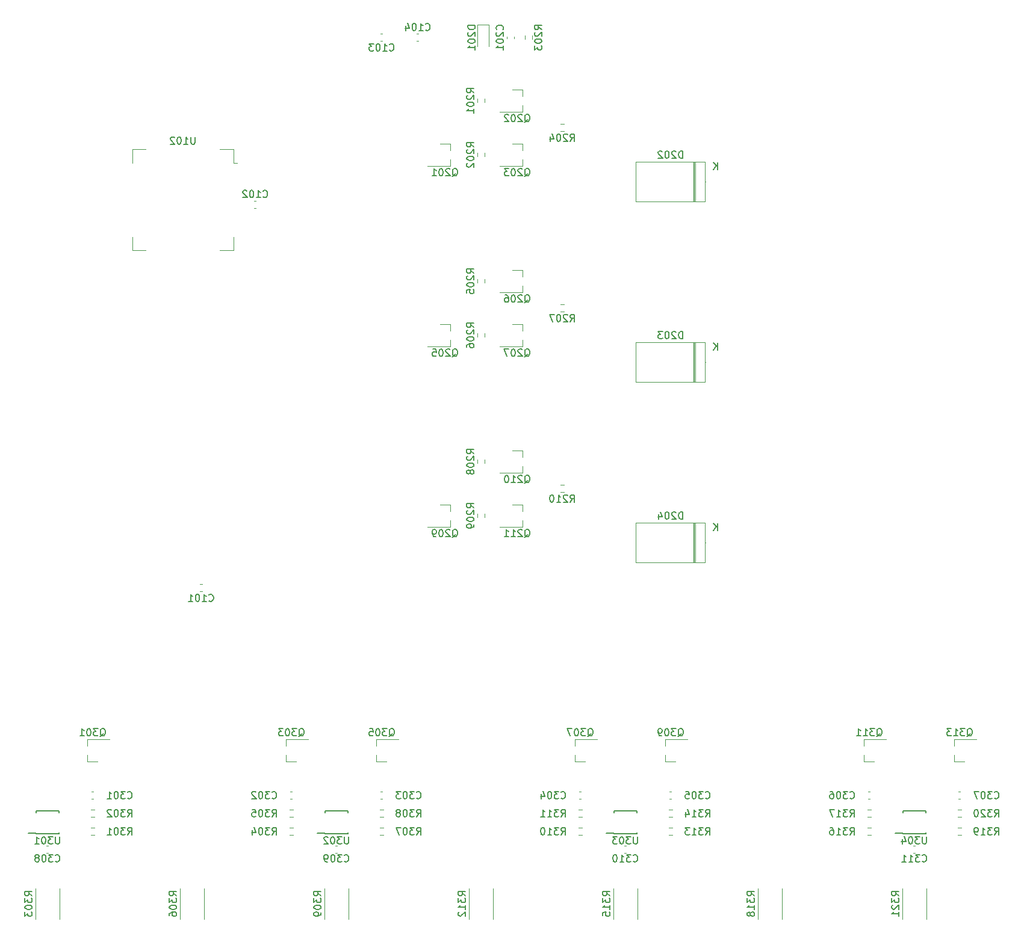
<source format=gbo>
G04 #@! TF.GenerationSoftware,KiCad,Pcbnew,(6.0.6)*
G04 #@! TF.CreationDate,2022-10-16T20:06:39+09:00*
G04 #@! TF.ProjectId,LedScoreBoard,4c656453-636f-4726-9542-6f6172642e6b,rev?*
G04 #@! TF.SameCoordinates,Original*
G04 #@! TF.FileFunction,Legend,Bot*
G04 #@! TF.FilePolarity,Positive*
%FSLAX46Y46*%
G04 Gerber Fmt 4.6, Leading zero omitted, Abs format (unit mm)*
G04 Created by KiCad (PCBNEW (6.0.6)) date 2022-10-16 20:06:39*
%MOMM*%
%LPD*%
G01*
G04 APERTURE LIST*
%ADD10C,0.150000*%
%ADD11C,0.120000*%
G04 APERTURE END LIST*
D10*
X89192380Y-53490952D02*
X88716190Y-53157619D01*
X89192380Y-52919523D02*
X88192380Y-52919523D01*
X88192380Y-53300476D01*
X88240000Y-53395714D01*
X88287619Y-53443333D01*
X88382857Y-53490952D01*
X88525714Y-53490952D01*
X88620952Y-53443333D01*
X88668571Y-53395714D01*
X88716190Y-53300476D01*
X88716190Y-52919523D01*
X88287619Y-53871904D02*
X88240000Y-53919523D01*
X88192380Y-54014761D01*
X88192380Y-54252857D01*
X88240000Y-54348095D01*
X88287619Y-54395714D01*
X88382857Y-54443333D01*
X88478095Y-54443333D01*
X88620952Y-54395714D01*
X89192380Y-53824285D01*
X89192380Y-54443333D01*
X88192380Y-55062380D02*
X88192380Y-55157619D01*
X88240000Y-55252857D01*
X88287619Y-55300476D01*
X88382857Y-55348095D01*
X88573333Y-55395714D01*
X88811428Y-55395714D01*
X89001904Y-55348095D01*
X89097142Y-55300476D01*
X89144761Y-55252857D01*
X89192380Y-55157619D01*
X89192380Y-55062380D01*
X89144761Y-54967142D01*
X89097142Y-54919523D01*
X89001904Y-54871904D01*
X88811428Y-54824285D01*
X88573333Y-54824285D01*
X88382857Y-54871904D01*
X88287619Y-54919523D01*
X88240000Y-54967142D01*
X88192380Y-55062380D01*
X88287619Y-55776666D02*
X88240000Y-55824285D01*
X88192380Y-55919523D01*
X88192380Y-56157619D01*
X88240000Y-56252857D01*
X88287619Y-56300476D01*
X88382857Y-56348095D01*
X88478095Y-56348095D01*
X88620952Y-56300476D01*
X89192380Y-55729047D01*
X89192380Y-56348095D01*
X40489047Y-147772380D02*
X40822380Y-147296190D01*
X41060476Y-147772380D02*
X41060476Y-146772380D01*
X40679523Y-146772380D01*
X40584285Y-146820000D01*
X40536666Y-146867619D01*
X40489047Y-146962857D01*
X40489047Y-147105714D01*
X40536666Y-147200952D01*
X40584285Y-147248571D01*
X40679523Y-147296190D01*
X41060476Y-147296190D01*
X40155714Y-146772380D02*
X39536666Y-146772380D01*
X39870000Y-147153333D01*
X39727142Y-147153333D01*
X39631904Y-147200952D01*
X39584285Y-147248571D01*
X39536666Y-147343809D01*
X39536666Y-147581904D01*
X39584285Y-147677142D01*
X39631904Y-147724761D01*
X39727142Y-147772380D01*
X40012857Y-147772380D01*
X40108095Y-147724761D01*
X40155714Y-147677142D01*
X38917619Y-146772380D02*
X38822380Y-146772380D01*
X38727142Y-146820000D01*
X38679523Y-146867619D01*
X38631904Y-146962857D01*
X38584285Y-147153333D01*
X38584285Y-147391428D01*
X38631904Y-147581904D01*
X38679523Y-147677142D01*
X38727142Y-147724761D01*
X38822380Y-147772380D01*
X38917619Y-147772380D01*
X39012857Y-147724761D01*
X39060476Y-147677142D01*
X39108095Y-147581904D01*
X39155714Y-147391428D01*
X39155714Y-147153333D01*
X39108095Y-146962857D01*
X39060476Y-146867619D01*
X39012857Y-146820000D01*
X38917619Y-146772380D01*
X38203333Y-146867619D02*
X38155714Y-146820000D01*
X38060476Y-146772380D01*
X37822380Y-146772380D01*
X37727142Y-146820000D01*
X37679523Y-146867619D01*
X37631904Y-146962857D01*
X37631904Y-147058095D01*
X37679523Y-147200952D01*
X38250952Y-147772380D01*
X37631904Y-147772380D01*
X89192380Y-78890952D02*
X88716190Y-78557619D01*
X89192380Y-78319523D02*
X88192380Y-78319523D01*
X88192380Y-78700476D01*
X88240000Y-78795714D01*
X88287619Y-78843333D01*
X88382857Y-78890952D01*
X88525714Y-78890952D01*
X88620952Y-78843333D01*
X88668571Y-78795714D01*
X88716190Y-78700476D01*
X88716190Y-78319523D01*
X88287619Y-79271904D02*
X88240000Y-79319523D01*
X88192380Y-79414761D01*
X88192380Y-79652857D01*
X88240000Y-79748095D01*
X88287619Y-79795714D01*
X88382857Y-79843333D01*
X88478095Y-79843333D01*
X88620952Y-79795714D01*
X89192380Y-79224285D01*
X89192380Y-79843333D01*
X88192380Y-80462380D02*
X88192380Y-80557619D01*
X88240000Y-80652857D01*
X88287619Y-80700476D01*
X88382857Y-80748095D01*
X88573333Y-80795714D01*
X88811428Y-80795714D01*
X89001904Y-80748095D01*
X89097142Y-80700476D01*
X89144761Y-80652857D01*
X89192380Y-80557619D01*
X89192380Y-80462380D01*
X89144761Y-80367142D01*
X89097142Y-80319523D01*
X89001904Y-80271904D01*
X88811428Y-80224285D01*
X88573333Y-80224285D01*
X88382857Y-80271904D01*
X88287619Y-80319523D01*
X88240000Y-80367142D01*
X88192380Y-80462380D01*
X88192380Y-81652857D02*
X88192380Y-81462380D01*
X88240000Y-81367142D01*
X88287619Y-81319523D01*
X88430476Y-81224285D01*
X88620952Y-81176666D01*
X89001904Y-81176666D01*
X89097142Y-81224285D01*
X89144761Y-81271904D01*
X89192380Y-81367142D01*
X89192380Y-81557619D01*
X89144761Y-81652857D01*
X89097142Y-81700476D01*
X89001904Y-81748095D01*
X88763809Y-81748095D01*
X88668571Y-81700476D01*
X88620952Y-81652857D01*
X88573333Y-81557619D01*
X88573333Y-81367142D01*
X88620952Y-81271904D01*
X88668571Y-81224285D01*
X88763809Y-81176666D01*
X64547619Y-136477619D02*
X64642857Y-136430000D01*
X64738095Y-136334761D01*
X64880952Y-136191904D01*
X64976190Y-136144285D01*
X65071428Y-136144285D01*
X65023809Y-136382380D02*
X65119047Y-136334761D01*
X65214285Y-136239523D01*
X65261904Y-136049047D01*
X65261904Y-135715714D01*
X65214285Y-135525238D01*
X65119047Y-135430000D01*
X65023809Y-135382380D01*
X64833333Y-135382380D01*
X64738095Y-135430000D01*
X64642857Y-135525238D01*
X64595238Y-135715714D01*
X64595238Y-136049047D01*
X64642857Y-136239523D01*
X64738095Y-136334761D01*
X64833333Y-136382380D01*
X65023809Y-136382380D01*
X64261904Y-135382380D02*
X63642857Y-135382380D01*
X63976190Y-135763333D01*
X63833333Y-135763333D01*
X63738095Y-135810952D01*
X63690476Y-135858571D01*
X63642857Y-135953809D01*
X63642857Y-136191904D01*
X63690476Y-136287142D01*
X63738095Y-136334761D01*
X63833333Y-136382380D01*
X64119047Y-136382380D01*
X64214285Y-136334761D01*
X64261904Y-136287142D01*
X63023809Y-135382380D02*
X62928571Y-135382380D01*
X62833333Y-135430000D01*
X62785714Y-135477619D01*
X62738095Y-135572857D01*
X62690476Y-135763333D01*
X62690476Y-136001428D01*
X62738095Y-136191904D01*
X62785714Y-136287142D01*
X62833333Y-136334761D01*
X62928571Y-136382380D01*
X63023809Y-136382380D01*
X63119047Y-136334761D01*
X63166666Y-136287142D01*
X63214285Y-136191904D01*
X63261904Y-136001428D01*
X63261904Y-135763333D01*
X63214285Y-135572857D01*
X63166666Y-135477619D01*
X63119047Y-135430000D01*
X63023809Y-135382380D01*
X62357142Y-135382380D02*
X61738095Y-135382380D01*
X62071428Y-135763333D01*
X61928571Y-135763333D01*
X61833333Y-135810952D01*
X61785714Y-135858571D01*
X61738095Y-135953809D01*
X61738095Y-136191904D01*
X61785714Y-136287142D01*
X61833333Y-136334761D01*
X61928571Y-136382380D01*
X62214285Y-136382380D01*
X62309523Y-136334761D01*
X62357142Y-136287142D01*
X71564285Y-150592380D02*
X71564285Y-151401904D01*
X71516666Y-151497142D01*
X71469047Y-151544761D01*
X71373809Y-151592380D01*
X71183333Y-151592380D01*
X71088095Y-151544761D01*
X71040476Y-151497142D01*
X70992857Y-151401904D01*
X70992857Y-150592380D01*
X70611904Y-150592380D02*
X69992857Y-150592380D01*
X70326190Y-150973333D01*
X70183333Y-150973333D01*
X70088095Y-151020952D01*
X70040476Y-151068571D01*
X69992857Y-151163809D01*
X69992857Y-151401904D01*
X70040476Y-151497142D01*
X70088095Y-151544761D01*
X70183333Y-151592380D01*
X70469047Y-151592380D01*
X70564285Y-151544761D01*
X70611904Y-151497142D01*
X69373809Y-150592380D02*
X69278571Y-150592380D01*
X69183333Y-150640000D01*
X69135714Y-150687619D01*
X69088095Y-150782857D01*
X69040476Y-150973333D01*
X69040476Y-151211428D01*
X69088095Y-151401904D01*
X69135714Y-151497142D01*
X69183333Y-151544761D01*
X69278571Y-151592380D01*
X69373809Y-151592380D01*
X69469047Y-151544761D01*
X69516666Y-151497142D01*
X69564285Y-151401904D01*
X69611904Y-151211428D01*
X69611904Y-150973333D01*
X69564285Y-150782857D01*
X69516666Y-150687619D01*
X69469047Y-150640000D01*
X69373809Y-150592380D01*
X68659523Y-150687619D02*
X68611904Y-150640000D01*
X68516666Y-150592380D01*
X68278571Y-150592380D01*
X68183333Y-150640000D01*
X68135714Y-150687619D01*
X68088095Y-150782857D01*
X68088095Y-150878095D01*
X68135714Y-151020952D01*
X68707142Y-151592380D01*
X68088095Y-151592380D01*
X142089047Y-147772380D02*
X142422380Y-147296190D01*
X142660476Y-147772380D02*
X142660476Y-146772380D01*
X142279523Y-146772380D01*
X142184285Y-146820000D01*
X142136666Y-146867619D01*
X142089047Y-146962857D01*
X142089047Y-147105714D01*
X142136666Y-147200952D01*
X142184285Y-147248571D01*
X142279523Y-147296190D01*
X142660476Y-147296190D01*
X141755714Y-146772380D02*
X141136666Y-146772380D01*
X141470000Y-147153333D01*
X141327142Y-147153333D01*
X141231904Y-147200952D01*
X141184285Y-147248571D01*
X141136666Y-147343809D01*
X141136666Y-147581904D01*
X141184285Y-147677142D01*
X141231904Y-147724761D01*
X141327142Y-147772380D01*
X141612857Y-147772380D01*
X141708095Y-147724761D01*
X141755714Y-147677142D01*
X140184285Y-147772380D02*
X140755714Y-147772380D01*
X140470000Y-147772380D02*
X140470000Y-146772380D01*
X140565238Y-146915238D01*
X140660476Y-147010476D01*
X140755714Y-147058095D01*
X139850952Y-146772380D02*
X139184285Y-146772380D01*
X139612857Y-147772380D01*
X30924285Y-150592380D02*
X30924285Y-151401904D01*
X30876666Y-151497142D01*
X30829047Y-151544761D01*
X30733809Y-151592380D01*
X30543333Y-151592380D01*
X30448095Y-151544761D01*
X30400476Y-151497142D01*
X30352857Y-151401904D01*
X30352857Y-150592380D01*
X29971904Y-150592380D02*
X29352857Y-150592380D01*
X29686190Y-150973333D01*
X29543333Y-150973333D01*
X29448095Y-151020952D01*
X29400476Y-151068571D01*
X29352857Y-151163809D01*
X29352857Y-151401904D01*
X29400476Y-151497142D01*
X29448095Y-151544761D01*
X29543333Y-151592380D01*
X29829047Y-151592380D01*
X29924285Y-151544761D01*
X29971904Y-151497142D01*
X28733809Y-150592380D02*
X28638571Y-150592380D01*
X28543333Y-150640000D01*
X28495714Y-150687619D01*
X28448095Y-150782857D01*
X28400476Y-150973333D01*
X28400476Y-151211428D01*
X28448095Y-151401904D01*
X28495714Y-151497142D01*
X28543333Y-151544761D01*
X28638571Y-151592380D01*
X28733809Y-151592380D01*
X28829047Y-151544761D01*
X28876666Y-151497142D01*
X28924285Y-151401904D01*
X28971904Y-151211428D01*
X28971904Y-150973333D01*
X28924285Y-150782857D01*
X28876666Y-150687619D01*
X28829047Y-150640000D01*
X28733809Y-150592380D01*
X27448095Y-151592380D02*
X28019523Y-151592380D01*
X27733809Y-151592380D02*
X27733809Y-150592380D01*
X27829047Y-150735238D01*
X27924285Y-150830476D01*
X28019523Y-150878095D01*
X145827619Y-136477619D02*
X145922857Y-136430000D01*
X146018095Y-136334761D01*
X146160952Y-136191904D01*
X146256190Y-136144285D01*
X146351428Y-136144285D01*
X146303809Y-136382380D02*
X146399047Y-136334761D01*
X146494285Y-136239523D01*
X146541904Y-136049047D01*
X146541904Y-135715714D01*
X146494285Y-135525238D01*
X146399047Y-135430000D01*
X146303809Y-135382380D01*
X146113333Y-135382380D01*
X146018095Y-135430000D01*
X145922857Y-135525238D01*
X145875238Y-135715714D01*
X145875238Y-136049047D01*
X145922857Y-136239523D01*
X146018095Y-136334761D01*
X146113333Y-136382380D01*
X146303809Y-136382380D01*
X145541904Y-135382380D02*
X144922857Y-135382380D01*
X145256190Y-135763333D01*
X145113333Y-135763333D01*
X145018095Y-135810952D01*
X144970476Y-135858571D01*
X144922857Y-135953809D01*
X144922857Y-136191904D01*
X144970476Y-136287142D01*
X145018095Y-136334761D01*
X145113333Y-136382380D01*
X145399047Y-136382380D01*
X145494285Y-136334761D01*
X145541904Y-136287142D01*
X143970476Y-136382380D02*
X144541904Y-136382380D01*
X144256190Y-136382380D02*
X144256190Y-135382380D01*
X144351428Y-135525238D01*
X144446666Y-135620476D01*
X144541904Y-135668095D01*
X143018095Y-136382380D02*
X143589523Y-136382380D01*
X143303809Y-136382380D02*
X143303809Y-135382380D01*
X143399047Y-135525238D01*
X143494285Y-135620476D01*
X143589523Y-135668095D01*
X82399047Y-37027142D02*
X82446666Y-37074761D01*
X82589523Y-37122380D01*
X82684761Y-37122380D01*
X82827619Y-37074761D01*
X82922857Y-36979523D01*
X82970476Y-36884285D01*
X83018095Y-36693809D01*
X83018095Y-36550952D01*
X82970476Y-36360476D01*
X82922857Y-36265238D01*
X82827619Y-36170000D01*
X82684761Y-36122380D01*
X82589523Y-36122380D01*
X82446666Y-36170000D01*
X82399047Y-36217619D01*
X81446666Y-37122380D02*
X82018095Y-37122380D01*
X81732380Y-37122380D02*
X81732380Y-36122380D01*
X81827619Y-36265238D01*
X81922857Y-36360476D01*
X82018095Y-36408095D01*
X80827619Y-36122380D02*
X80732380Y-36122380D01*
X80637142Y-36170000D01*
X80589523Y-36217619D01*
X80541904Y-36312857D01*
X80494285Y-36503333D01*
X80494285Y-36741428D01*
X80541904Y-36931904D01*
X80589523Y-37027142D01*
X80637142Y-37074761D01*
X80732380Y-37122380D01*
X80827619Y-37122380D01*
X80922857Y-37074761D01*
X80970476Y-37027142D01*
X81018095Y-36931904D01*
X81065714Y-36741428D01*
X81065714Y-36503333D01*
X81018095Y-36312857D01*
X80970476Y-36217619D01*
X80922857Y-36170000D01*
X80827619Y-36122380D01*
X79637142Y-36455714D02*
X79637142Y-37122380D01*
X79875238Y-36074761D02*
X80113333Y-36789047D01*
X79494285Y-36789047D01*
X98734880Y-36980952D02*
X98258690Y-36647619D01*
X98734880Y-36409523D02*
X97734880Y-36409523D01*
X97734880Y-36790476D01*
X97782500Y-36885714D01*
X97830119Y-36933333D01*
X97925357Y-36980952D01*
X98068214Y-36980952D01*
X98163452Y-36933333D01*
X98211071Y-36885714D01*
X98258690Y-36790476D01*
X98258690Y-36409523D01*
X97830119Y-37361904D02*
X97782500Y-37409523D01*
X97734880Y-37504761D01*
X97734880Y-37742857D01*
X97782500Y-37838095D01*
X97830119Y-37885714D01*
X97925357Y-37933333D01*
X98020595Y-37933333D01*
X98163452Y-37885714D01*
X98734880Y-37314285D01*
X98734880Y-37933333D01*
X97734880Y-38552380D02*
X97734880Y-38647619D01*
X97782500Y-38742857D01*
X97830119Y-38790476D01*
X97925357Y-38838095D01*
X98115833Y-38885714D01*
X98353928Y-38885714D01*
X98544404Y-38838095D01*
X98639642Y-38790476D01*
X98687261Y-38742857D01*
X98734880Y-38647619D01*
X98734880Y-38552380D01*
X98687261Y-38457142D01*
X98639642Y-38409523D01*
X98544404Y-38361904D01*
X98353928Y-38314285D01*
X98115833Y-38314285D01*
X97925357Y-38361904D01*
X97830119Y-38409523D01*
X97782500Y-38457142D01*
X97734880Y-38552380D01*
X97734880Y-39219047D02*
X97734880Y-39838095D01*
X98115833Y-39504761D01*
X98115833Y-39647619D01*
X98163452Y-39742857D01*
X98211071Y-39790476D01*
X98306309Y-39838095D01*
X98544404Y-39838095D01*
X98639642Y-39790476D01*
X98687261Y-39742857D01*
X98734880Y-39647619D01*
X98734880Y-39361904D01*
X98687261Y-39266666D01*
X98639642Y-39219047D01*
X36607619Y-136477619D02*
X36702857Y-136430000D01*
X36798095Y-136334761D01*
X36940952Y-136191904D01*
X37036190Y-136144285D01*
X37131428Y-136144285D01*
X37083809Y-136382380D02*
X37179047Y-136334761D01*
X37274285Y-136239523D01*
X37321904Y-136049047D01*
X37321904Y-135715714D01*
X37274285Y-135525238D01*
X37179047Y-135430000D01*
X37083809Y-135382380D01*
X36893333Y-135382380D01*
X36798095Y-135430000D01*
X36702857Y-135525238D01*
X36655238Y-135715714D01*
X36655238Y-136049047D01*
X36702857Y-136239523D01*
X36798095Y-136334761D01*
X36893333Y-136382380D01*
X37083809Y-136382380D01*
X36321904Y-135382380D02*
X35702857Y-135382380D01*
X36036190Y-135763333D01*
X35893333Y-135763333D01*
X35798095Y-135810952D01*
X35750476Y-135858571D01*
X35702857Y-135953809D01*
X35702857Y-136191904D01*
X35750476Y-136287142D01*
X35798095Y-136334761D01*
X35893333Y-136382380D01*
X36179047Y-136382380D01*
X36274285Y-136334761D01*
X36321904Y-136287142D01*
X35083809Y-135382380D02*
X34988571Y-135382380D01*
X34893333Y-135430000D01*
X34845714Y-135477619D01*
X34798095Y-135572857D01*
X34750476Y-135763333D01*
X34750476Y-136001428D01*
X34798095Y-136191904D01*
X34845714Y-136287142D01*
X34893333Y-136334761D01*
X34988571Y-136382380D01*
X35083809Y-136382380D01*
X35179047Y-136334761D01*
X35226666Y-136287142D01*
X35274285Y-136191904D01*
X35321904Y-136001428D01*
X35321904Y-135763333D01*
X35274285Y-135572857D01*
X35226666Y-135477619D01*
X35179047Y-135430000D01*
X35083809Y-135382380D01*
X33798095Y-136382380D02*
X34369523Y-136382380D01*
X34083809Y-136382380D02*
X34083809Y-135382380D01*
X34179047Y-135525238D01*
X34274285Y-135620476D01*
X34369523Y-135668095D01*
X121769047Y-147772380D02*
X122102380Y-147296190D01*
X122340476Y-147772380D02*
X122340476Y-146772380D01*
X121959523Y-146772380D01*
X121864285Y-146820000D01*
X121816666Y-146867619D01*
X121769047Y-146962857D01*
X121769047Y-147105714D01*
X121816666Y-147200952D01*
X121864285Y-147248571D01*
X121959523Y-147296190D01*
X122340476Y-147296190D01*
X121435714Y-146772380D02*
X120816666Y-146772380D01*
X121150000Y-147153333D01*
X121007142Y-147153333D01*
X120911904Y-147200952D01*
X120864285Y-147248571D01*
X120816666Y-147343809D01*
X120816666Y-147581904D01*
X120864285Y-147677142D01*
X120911904Y-147724761D01*
X121007142Y-147772380D01*
X121292857Y-147772380D01*
X121388095Y-147724761D01*
X121435714Y-147677142D01*
X119864285Y-147772380D02*
X120435714Y-147772380D01*
X120150000Y-147772380D02*
X120150000Y-146772380D01*
X120245238Y-146915238D01*
X120340476Y-147010476D01*
X120435714Y-147058095D01*
X119007142Y-147105714D02*
X119007142Y-147772380D01*
X119245238Y-146724761D02*
X119483333Y-147439047D01*
X118864285Y-147439047D01*
X89354880Y-36409523D02*
X88354880Y-36409523D01*
X88354880Y-36647619D01*
X88402500Y-36790476D01*
X88497738Y-36885714D01*
X88592976Y-36933333D01*
X88783452Y-36980952D01*
X88926309Y-36980952D01*
X89116785Y-36933333D01*
X89212023Y-36885714D01*
X89307261Y-36790476D01*
X89354880Y-36647619D01*
X89354880Y-36409523D01*
X88450119Y-37361904D02*
X88402500Y-37409523D01*
X88354880Y-37504761D01*
X88354880Y-37742857D01*
X88402500Y-37838095D01*
X88450119Y-37885714D01*
X88545357Y-37933333D01*
X88640595Y-37933333D01*
X88783452Y-37885714D01*
X89354880Y-37314285D01*
X89354880Y-37933333D01*
X88354880Y-38552380D02*
X88354880Y-38647619D01*
X88402500Y-38742857D01*
X88450119Y-38790476D01*
X88545357Y-38838095D01*
X88735833Y-38885714D01*
X88973928Y-38885714D01*
X89164404Y-38838095D01*
X89259642Y-38790476D01*
X89307261Y-38742857D01*
X89354880Y-38647619D01*
X89354880Y-38552380D01*
X89307261Y-38457142D01*
X89259642Y-38409523D01*
X89164404Y-38361904D01*
X88973928Y-38314285D01*
X88735833Y-38314285D01*
X88545357Y-38361904D01*
X88450119Y-38409523D01*
X88402500Y-38457142D01*
X88354880Y-38552380D01*
X89354880Y-39838095D02*
X89354880Y-39266666D01*
X89354880Y-39552380D02*
X88354880Y-39552380D01*
X88497738Y-39457142D01*
X88592976Y-39361904D01*
X88640595Y-39266666D01*
X86137619Y-108457619D02*
X86232857Y-108410000D01*
X86328095Y-108314761D01*
X86470952Y-108171904D01*
X86566190Y-108124285D01*
X86661428Y-108124285D01*
X86613809Y-108362380D02*
X86709047Y-108314761D01*
X86804285Y-108219523D01*
X86851904Y-108029047D01*
X86851904Y-107695714D01*
X86804285Y-107505238D01*
X86709047Y-107410000D01*
X86613809Y-107362380D01*
X86423333Y-107362380D01*
X86328095Y-107410000D01*
X86232857Y-107505238D01*
X86185238Y-107695714D01*
X86185238Y-108029047D01*
X86232857Y-108219523D01*
X86328095Y-108314761D01*
X86423333Y-108362380D01*
X86613809Y-108362380D01*
X85804285Y-107457619D02*
X85756666Y-107410000D01*
X85661428Y-107362380D01*
X85423333Y-107362380D01*
X85328095Y-107410000D01*
X85280476Y-107457619D01*
X85232857Y-107552857D01*
X85232857Y-107648095D01*
X85280476Y-107790952D01*
X85851904Y-108362380D01*
X85232857Y-108362380D01*
X84613809Y-107362380D02*
X84518571Y-107362380D01*
X84423333Y-107410000D01*
X84375714Y-107457619D01*
X84328095Y-107552857D01*
X84280476Y-107743333D01*
X84280476Y-107981428D01*
X84328095Y-108171904D01*
X84375714Y-108267142D01*
X84423333Y-108314761D01*
X84518571Y-108362380D01*
X84613809Y-108362380D01*
X84709047Y-108314761D01*
X84756666Y-108267142D01*
X84804285Y-108171904D01*
X84851904Y-107981428D01*
X84851904Y-107743333D01*
X84804285Y-107552857D01*
X84756666Y-107457619D01*
X84709047Y-107410000D01*
X84613809Y-107362380D01*
X83804285Y-108362380D02*
X83613809Y-108362380D01*
X83518571Y-108314761D01*
X83470952Y-108267142D01*
X83375714Y-108124285D01*
X83328095Y-107933809D01*
X83328095Y-107552857D01*
X83375714Y-107457619D01*
X83423333Y-107410000D01*
X83518571Y-107362380D01*
X83709047Y-107362380D01*
X83804285Y-107410000D01*
X83851904Y-107457619D01*
X83899523Y-107552857D01*
X83899523Y-107790952D01*
X83851904Y-107886190D01*
X83804285Y-107933809D01*
X83709047Y-107981428D01*
X83518571Y-107981428D01*
X83423333Y-107933809D01*
X83375714Y-107886190D01*
X83328095Y-107790952D01*
X51934047Y-117367142D02*
X51981666Y-117414761D01*
X52124523Y-117462380D01*
X52219761Y-117462380D01*
X52362619Y-117414761D01*
X52457857Y-117319523D01*
X52505476Y-117224285D01*
X52553095Y-117033809D01*
X52553095Y-116890952D01*
X52505476Y-116700476D01*
X52457857Y-116605238D01*
X52362619Y-116510000D01*
X52219761Y-116462380D01*
X52124523Y-116462380D01*
X51981666Y-116510000D01*
X51934047Y-116557619D01*
X50981666Y-117462380D02*
X51553095Y-117462380D01*
X51267380Y-117462380D02*
X51267380Y-116462380D01*
X51362619Y-116605238D01*
X51457857Y-116700476D01*
X51553095Y-116748095D01*
X50362619Y-116462380D02*
X50267380Y-116462380D01*
X50172142Y-116510000D01*
X50124523Y-116557619D01*
X50076904Y-116652857D01*
X50029285Y-116843333D01*
X50029285Y-117081428D01*
X50076904Y-117271904D01*
X50124523Y-117367142D01*
X50172142Y-117414761D01*
X50267380Y-117462380D01*
X50362619Y-117462380D01*
X50457857Y-117414761D01*
X50505476Y-117367142D01*
X50553095Y-117271904D01*
X50600714Y-117081428D01*
X50600714Y-116843333D01*
X50553095Y-116652857D01*
X50505476Y-116557619D01*
X50457857Y-116510000D01*
X50362619Y-116462380D01*
X49076904Y-117462380D02*
X49648333Y-117462380D01*
X49362619Y-117462380D02*
X49362619Y-116462380D01*
X49457857Y-116605238D01*
X49553095Y-116700476D01*
X49648333Y-116748095D01*
X162409047Y-150312380D02*
X162742380Y-149836190D01*
X162980476Y-150312380D02*
X162980476Y-149312380D01*
X162599523Y-149312380D01*
X162504285Y-149360000D01*
X162456666Y-149407619D01*
X162409047Y-149502857D01*
X162409047Y-149645714D01*
X162456666Y-149740952D01*
X162504285Y-149788571D01*
X162599523Y-149836190D01*
X162980476Y-149836190D01*
X162075714Y-149312380D02*
X161456666Y-149312380D01*
X161790000Y-149693333D01*
X161647142Y-149693333D01*
X161551904Y-149740952D01*
X161504285Y-149788571D01*
X161456666Y-149883809D01*
X161456666Y-150121904D01*
X161504285Y-150217142D01*
X161551904Y-150264761D01*
X161647142Y-150312380D01*
X161932857Y-150312380D01*
X162028095Y-150264761D01*
X162075714Y-150217142D01*
X160504285Y-150312380D02*
X161075714Y-150312380D01*
X160790000Y-150312380D02*
X160790000Y-149312380D01*
X160885238Y-149455238D01*
X160980476Y-149550476D01*
X161075714Y-149598095D01*
X160028095Y-150312380D02*
X159837619Y-150312380D01*
X159742380Y-150264761D01*
X159694761Y-150217142D01*
X159599523Y-150074285D01*
X159551904Y-149883809D01*
X159551904Y-149502857D01*
X159599523Y-149407619D01*
X159647142Y-149360000D01*
X159742380Y-149312380D01*
X159932857Y-149312380D01*
X160028095Y-149360000D01*
X160075714Y-149407619D01*
X160123333Y-149502857D01*
X160123333Y-149740952D01*
X160075714Y-149836190D01*
X160028095Y-149883809D01*
X159932857Y-149931428D01*
X159742380Y-149931428D01*
X159647142Y-149883809D01*
X159599523Y-149836190D01*
X159551904Y-149740952D01*
X60809047Y-145137142D02*
X60856666Y-145184761D01*
X60999523Y-145232380D01*
X61094761Y-145232380D01*
X61237619Y-145184761D01*
X61332857Y-145089523D01*
X61380476Y-144994285D01*
X61428095Y-144803809D01*
X61428095Y-144660952D01*
X61380476Y-144470476D01*
X61332857Y-144375238D01*
X61237619Y-144280000D01*
X61094761Y-144232380D01*
X60999523Y-144232380D01*
X60856666Y-144280000D01*
X60809047Y-144327619D01*
X60475714Y-144232380D02*
X59856666Y-144232380D01*
X60190000Y-144613333D01*
X60047142Y-144613333D01*
X59951904Y-144660952D01*
X59904285Y-144708571D01*
X59856666Y-144803809D01*
X59856666Y-145041904D01*
X59904285Y-145137142D01*
X59951904Y-145184761D01*
X60047142Y-145232380D01*
X60332857Y-145232380D01*
X60428095Y-145184761D01*
X60475714Y-145137142D01*
X59237619Y-144232380D02*
X59142380Y-144232380D01*
X59047142Y-144280000D01*
X58999523Y-144327619D01*
X58951904Y-144422857D01*
X58904285Y-144613333D01*
X58904285Y-144851428D01*
X58951904Y-145041904D01*
X58999523Y-145137142D01*
X59047142Y-145184761D01*
X59142380Y-145232380D01*
X59237619Y-145232380D01*
X59332857Y-145184761D01*
X59380476Y-145137142D01*
X59428095Y-145041904D01*
X59475714Y-144851428D01*
X59475714Y-144613333D01*
X59428095Y-144422857D01*
X59380476Y-144327619D01*
X59332857Y-144280000D01*
X59237619Y-144232380D01*
X58523333Y-144327619D02*
X58475714Y-144280000D01*
X58380476Y-144232380D01*
X58142380Y-144232380D01*
X58047142Y-144280000D01*
X57999523Y-144327619D01*
X57951904Y-144422857D01*
X57951904Y-144518095D01*
X57999523Y-144660952D01*
X58570952Y-145232380D01*
X57951904Y-145232380D01*
X117887619Y-136477619D02*
X117982857Y-136430000D01*
X118078095Y-136334761D01*
X118220952Y-136191904D01*
X118316190Y-136144285D01*
X118411428Y-136144285D01*
X118363809Y-136382380D02*
X118459047Y-136334761D01*
X118554285Y-136239523D01*
X118601904Y-136049047D01*
X118601904Y-135715714D01*
X118554285Y-135525238D01*
X118459047Y-135430000D01*
X118363809Y-135382380D01*
X118173333Y-135382380D01*
X118078095Y-135430000D01*
X117982857Y-135525238D01*
X117935238Y-135715714D01*
X117935238Y-136049047D01*
X117982857Y-136239523D01*
X118078095Y-136334761D01*
X118173333Y-136382380D01*
X118363809Y-136382380D01*
X117601904Y-135382380D02*
X116982857Y-135382380D01*
X117316190Y-135763333D01*
X117173333Y-135763333D01*
X117078095Y-135810952D01*
X117030476Y-135858571D01*
X116982857Y-135953809D01*
X116982857Y-136191904D01*
X117030476Y-136287142D01*
X117078095Y-136334761D01*
X117173333Y-136382380D01*
X117459047Y-136382380D01*
X117554285Y-136334761D01*
X117601904Y-136287142D01*
X116363809Y-135382380D02*
X116268571Y-135382380D01*
X116173333Y-135430000D01*
X116125714Y-135477619D01*
X116078095Y-135572857D01*
X116030476Y-135763333D01*
X116030476Y-136001428D01*
X116078095Y-136191904D01*
X116125714Y-136287142D01*
X116173333Y-136334761D01*
X116268571Y-136382380D01*
X116363809Y-136382380D01*
X116459047Y-136334761D01*
X116506666Y-136287142D01*
X116554285Y-136191904D01*
X116601904Y-136001428D01*
X116601904Y-135763333D01*
X116554285Y-135572857D01*
X116506666Y-135477619D01*
X116459047Y-135430000D01*
X116363809Y-135382380D01*
X115554285Y-136382380D02*
X115363809Y-136382380D01*
X115268571Y-136334761D01*
X115220952Y-136287142D01*
X115125714Y-136144285D01*
X115078095Y-135953809D01*
X115078095Y-135572857D01*
X115125714Y-135477619D01*
X115173333Y-135430000D01*
X115268571Y-135382380D01*
X115459047Y-135382380D01*
X115554285Y-135430000D01*
X115601904Y-135477619D01*
X115649523Y-135572857D01*
X115649523Y-135810952D01*
X115601904Y-135906190D01*
X115554285Y-135953809D01*
X115459047Y-136001428D01*
X115268571Y-136001428D01*
X115173333Y-135953809D01*
X115125714Y-135906190D01*
X115078095Y-135810952D01*
X47362380Y-158900952D02*
X46886190Y-158567619D01*
X47362380Y-158329523D02*
X46362380Y-158329523D01*
X46362380Y-158710476D01*
X46410000Y-158805714D01*
X46457619Y-158853333D01*
X46552857Y-158900952D01*
X46695714Y-158900952D01*
X46790952Y-158853333D01*
X46838571Y-158805714D01*
X46886190Y-158710476D01*
X46886190Y-158329523D01*
X46362380Y-159234285D02*
X46362380Y-159853333D01*
X46743333Y-159520000D01*
X46743333Y-159662857D01*
X46790952Y-159758095D01*
X46838571Y-159805714D01*
X46933809Y-159853333D01*
X47171904Y-159853333D01*
X47267142Y-159805714D01*
X47314761Y-159758095D01*
X47362380Y-159662857D01*
X47362380Y-159377142D01*
X47314761Y-159281904D01*
X47267142Y-159234285D01*
X46362380Y-160472380D02*
X46362380Y-160567619D01*
X46410000Y-160662857D01*
X46457619Y-160710476D01*
X46552857Y-160758095D01*
X46743333Y-160805714D01*
X46981428Y-160805714D01*
X47171904Y-160758095D01*
X47267142Y-160710476D01*
X47314761Y-160662857D01*
X47362380Y-160567619D01*
X47362380Y-160472380D01*
X47314761Y-160377142D01*
X47267142Y-160329523D01*
X47171904Y-160281904D01*
X46981428Y-160234285D01*
X46743333Y-160234285D01*
X46552857Y-160281904D01*
X46457619Y-160329523D01*
X46410000Y-160377142D01*
X46362380Y-160472380D01*
X46362380Y-161662857D02*
X46362380Y-161472380D01*
X46410000Y-161377142D01*
X46457619Y-161329523D01*
X46600476Y-161234285D01*
X46790952Y-161186666D01*
X47171904Y-161186666D01*
X47267142Y-161234285D01*
X47314761Y-161281904D01*
X47362380Y-161377142D01*
X47362380Y-161567619D01*
X47314761Y-161662857D01*
X47267142Y-161710476D01*
X47171904Y-161758095D01*
X46933809Y-161758095D01*
X46838571Y-161710476D01*
X46790952Y-161662857D01*
X46743333Y-161567619D01*
X46743333Y-161377142D01*
X46790952Y-161281904D01*
X46838571Y-161234285D01*
X46933809Y-161186666D01*
X152844285Y-150582380D02*
X152844285Y-151391904D01*
X152796666Y-151487142D01*
X152749047Y-151534761D01*
X152653809Y-151582380D01*
X152463333Y-151582380D01*
X152368095Y-151534761D01*
X152320476Y-151487142D01*
X152272857Y-151391904D01*
X152272857Y-150582380D01*
X151891904Y-150582380D02*
X151272857Y-150582380D01*
X151606190Y-150963333D01*
X151463333Y-150963333D01*
X151368095Y-151010952D01*
X151320476Y-151058571D01*
X151272857Y-151153809D01*
X151272857Y-151391904D01*
X151320476Y-151487142D01*
X151368095Y-151534761D01*
X151463333Y-151582380D01*
X151749047Y-151582380D01*
X151844285Y-151534761D01*
X151891904Y-151487142D01*
X150653809Y-150582380D02*
X150558571Y-150582380D01*
X150463333Y-150630000D01*
X150415714Y-150677619D01*
X150368095Y-150772857D01*
X150320476Y-150963333D01*
X150320476Y-151201428D01*
X150368095Y-151391904D01*
X150415714Y-151487142D01*
X150463333Y-151534761D01*
X150558571Y-151582380D01*
X150653809Y-151582380D01*
X150749047Y-151534761D01*
X150796666Y-151487142D01*
X150844285Y-151391904D01*
X150891904Y-151201428D01*
X150891904Y-150963333D01*
X150844285Y-150772857D01*
X150796666Y-150677619D01*
X150749047Y-150630000D01*
X150653809Y-150582380D01*
X149463333Y-150915714D02*
X149463333Y-151582380D01*
X149701428Y-150534761D02*
X149939523Y-151249047D01*
X149320476Y-151249047D01*
X60809047Y-147772380D02*
X61142380Y-147296190D01*
X61380476Y-147772380D02*
X61380476Y-146772380D01*
X60999523Y-146772380D01*
X60904285Y-146820000D01*
X60856666Y-146867619D01*
X60809047Y-146962857D01*
X60809047Y-147105714D01*
X60856666Y-147200952D01*
X60904285Y-147248571D01*
X60999523Y-147296190D01*
X61380476Y-147296190D01*
X60475714Y-146772380D02*
X59856666Y-146772380D01*
X60190000Y-147153333D01*
X60047142Y-147153333D01*
X59951904Y-147200952D01*
X59904285Y-147248571D01*
X59856666Y-147343809D01*
X59856666Y-147581904D01*
X59904285Y-147677142D01*
X59951904Y-147724761D01*
X60047142Y-147772380D01*
X60332857Y-147772380D01*
X60428095Y-147724761D01*
X60475714Y-147677142D01*
X59237619Y-146772380D02*
X59142380Y-146772380D01*
X59047142Y-146820000D01*
X58999523Y-146867619D01*
X58951904Y-146962857D01*
X58904285Y-147153333D01*
X58904285Y-147391428D01*
X58951904Y-147581904D01*
X58999523Y-147677142D01*
X59047142Y-147724761D01*
X59142380Y-147772380D01*
X59237619Y-147772380D01*
X59332857Y-147724761D01*
X59380476Y-147677142D01*
X59428095Y-147581904D01*
X59475714Y-147391428D01*
X59475714Y-147153333D01*
X59428095Y-146962857D01*
X59380476Y-146867619D01*
X59332857Y-146820000D01*
X59237619Y-146772380D01*
X57999523Y-146772380D02*
X58475714Y-146772380D01*
X58523333Y-147248571D01*
X58475714Y-147200952D01*
X58380476Y-147153333D01*
X58142380Y-147153333D01*
X58047142Y-147200952D01*
X57999523Y-147248571D01*
X57951904Y-147343809D01*
X57951904Y-147581904D01*
X57999523Y-147677142D01*
X58047142Y-147724761D01*
X58142380Y-147772380D01*
X58380476Y-147772380D01*
X58475714Y-147724761D01*
X58523333Y-147677142D01*
X89192380Y-45870952D02*
X88716190Y-45537619D01*
X89192380Y-45299523D02*
X88192380Y-45299523D01*
X88192380Y-45680476D01*
X88240000Y-45775714D01*
X88287619Y-45823333D01*
X88382857Y-45870952D01*
X88525714Y-45870952D01*
X88620952Y-45823333D01*
X88668571Y-45775714D01*
X88716190Y-45680476D01*
X88716190Y-45299523D01*
X88287619Y-46251904D02*
X88240000Y-46299523D01*
X88192380Y-46394761D01*
X88192380Y-46632857D01*
X88240000Y-46728095D01*
X88287619Y-46775714D01*
X88382857Y-46823333D01*
X88478095Y-46823333D01*
X88620952Y-46775714D01*
X89192380Y-46204285D01*
X89192380Y-46823333D01*
X88192380Y-47442380D02*
X88192380Y-47537619D01*
X88240000Y-47632857D01*
X88287619Y-47680476D01*
X88382857Y-47728095D01*
X88573333Y-47775714D01*
X88811428Y-47775714D01*
X89001904Y-47728095D01*
X89097142Y-47680476D01*
X89144761Y-47632857D01*
X89192380Y-47537619D01*
X89192380Y-47442380D01*
X89144761Y-47347142D01*
X89097142Y-47299523D01*
X89001904Y-47251904D01*
X88811428Y-47204285D01*
X88573333Y-47204285D01*
X88382857Y-47251904D01*
X88287619Y-47299523D01*
X88240000Y-47347142D01*
X88192380Y-47442380D01*
X89192380Y-48728095D02*
X89192380Y-48156666D01*
X89192380Y-48442380D02*
X88192380Y-48442380D01*
X88335238Y-48347142D01*
X88430476Y-48251904D01*
X88478095Y-48156666D01*
X77319047Y-39887142D02*
X77366666Y-39934761D01*
X77509523Y-39982380D01*
X77604761Y-39982380D01*
X77747619Y-39934761D01*
X77842857Y-39839523D01*
X77890476Y-39744285D01*
X77938095Y-39553809D01*
X77938095Y-39410952D01*
X77890476Y-39220476D01*
X77842857Y-39125238D01*
X77747619Y-39030000D01*
X77604761Y-38982380D01*
X77509523Y-38982380D01*
X77366666Y-39030000D01*
X77319047Y-39077619D01*
X76366666Y-39982380D02*
X76938095Y-39982380D01*
X76652380Y-39982380D02*
X76652380Y-38982380D01*
X76747619Y-39125238D01*
X76842857Y-39220476D01*
X76938095Y-39268095D01*
X75747619Y-38982380D02*
X75652380Y-38982380D01*
X75557142Y-39030000D01*
X75509523Y-39077619D01*
X75461904Y-39172857D01*
X75414285Y-39363333D01*
X75414285Y-39601428D01*
X75461904Y-39791904D01*
X75509523Y-39887142D01*
X75557142Y-39934761D01*
X75652380Y-39982380D01*
X75747619Y-39982380D01*
X75842857Y-39934761D01*
X75890476Y-39887142D01*
X75938095Y-39791904D01*
X75985714Y-39601428D01*
X75985714Y-39363333D01*
X75938095Y-39172857D01*
X75890476Y-39077619D01*
X75842857Y-39030000D01*
X75747619Y-38982380D01*
X75080952Y-38982380D02*
X74461904Y-38982380D01*
X74795238Y-39363333D01*
X74652380Y-39363333D01*
X74557142Y-39410952D01*
X74509523Y-39458571D01*
X74461904Y-39553809D01*
X74461904Y-39791904D01*
X74509523Y-39887142D01*
X74557142Y-39934761D01*
X74652380Y-39982380D01*
X74938095Y-39982380D01*
X75033333Y-39934761D01*
X75080952Y-39887142D01*
X101449047Y-150312380D02*
X101782380Y-149836190D01*
X102020476Y-150312380D02*
X102020476Y-149312380D01*
X101639523Y-149312380D01*
X101544285Y-149360000D01*
X101496666Y-149407619D01*
X101449047Y-149502857D01*
X101449047Y-149645714D01*
X101496666Y-149740952D01*
X101544285Y-149788571D01*
X101639523Y-149836190D01*
X102020476Y-149836190D01*
X101115714Y-149312380D02*
X100496666Y-149312380D01*
X100830000Y-149693333D01*
X100687142Y-149693333D01*
X100591904Y-149740952D01*
X100544285Y-149788571D01*
X100496666Y-149883809D01*
X100496666Y-150121904D01*
X100544285Y-150217142D01*
X100591904Y-150264761D01*
X100687142Y-150312380D01*
X100972857Y-150312380D01*
X101068095Y-150264761D01*
X101115714Y-150217142D01*
X99544285Y-150312380D02*
X100115714Y-150312380D01*
X99830000Y-150312380D02*
X99830000Y-149312380D01*
X99925238Y-149455238D01*
X100020476Y-149550476D01*
X100115714Y-149598095D01*
X98925238Y-149312380D02*
X98830000Y-149312380D01*
X98734761Y-149360000D01*
X98687142Y-149407619D01*
X98639523Y-149502857D01*
X98591904Y-149693333D01*
X98591904Y-149931428D01*
X98639523Y-150121904D01*
X98687142Y-150217142D01*
X98734761Y-150264761D01*
X98830000Y-150312380D01*
X98925238Y-150312380D01*
X99020476Y-150264761D01*
X99068095Y-150217142D01*
X99115714Y-150121904D01*
X99163333Y-149931428D01*
X99163333Y-149693333D01*
X99115714Y-149502857D01*
X99068095Y-149407619D01*
X99020476Y-149360000D01*
X98925238Y-149312380D01*
X102719047Y-52682380D02*
X103052380Y-52206190D01*
X103290476Y-52682380D02*
X103290476Y-51682380D01*
X102909523Y-51682380D01*
X102814285Y-51730000D01*
X102766666Y-51777619D01*
X102719047Y-51872857D01*
X102719047Y-52015714D01*
X102766666Y-52110952D01*
X102814285Y-52158571D01*
X102909523Y-52206190D01*
X103290476Y-52206190D01*
X102338095Y-51777619D02*
X102290476Y-51730000D01*
X102195238Y-51682380D01*
X101957142Y-51682380D01*
X101861904Y-51730000D01*
X101814285Y-51777619D01*
X101766666Y-51872857D01*
X101766666Y-51968095D01*
X101814285Y-52110952D01*
X102385714Y-52682380D01*
X101766666Y-52682380D01*
X101147619Y-51682380D02*
X101052380Y-51682380D01*
X100957142Y-51730000D01*
X100909523Y-51777619D01*
X100861904Y-51872857D01*
X100814285Y-52063333D01*
X100814285Y-52301428D01*
X100861904Y-52491904D01*
X100909523Y-52587142D01*
X100957142Y-52634761D01*
X101052380Y-52682380D01*
X101147619Y-52682380D01*
X101242857Y-52634761D01*
X101290476Y-52587142D01*
X101338095Y-52491904D01*
X101385714Y-52301428D01*
X101385714Y-52063333D01*
X101338095Y-51872857D01*
X101290476Y-51777619D01*
X101242857Y-51730000D01*
X101147619Y-51682380D01*
X99957142Y-52015714D02*
X99957142Y-52682380D01*
X100195238Y-51634761D02*
X100433333Y-52349047D01*
X99814285Y-52349047D01*
X59539047Y-60522142D02*
X59586666Y-60569761D01*
X59729523Y-60617380D01*
X59824761Y-60617380D01*
X59967619Y-60569761D01*
X60062857Y-60474523D01*
X60110476Y-60379285D01*
X60158095Y-60188809D01*
X60158095Y-60045952D01*
X60110476Y-59855476D01*
X60062857Y-59760238D01*
X59967619Y-59665000D01*
X59824761Y-59617380D01*
X59729523Y-59617380D01*
X59586666Y-59665000D01*
X59539047Y-59712619D01*
X58586666Y-60617380D02*
X59158095Y-60617380D01*
X58872380Y-60617380D02*
X58872380Y-59617380D01*
X58967619Y-59760238D01*
X59062857Y-59855476D01*
X59158095Y-59903095D01*
X57967619Y-59617380D02*
X57872380Y-59617380D01*
X57777142Y-59665000D01*
X57729523Y-59712619D01*
X57681904Y-59807857D01*
X57634285Y-59998333D01*
X57634285Y-60236428D01*
X57681904Y-60426904D01*
X57729523Y-60522142D01*
X57777142Y-60569761D01*
X57872380Y-60617380D01*
X57967619Y-60617380D01*
X58062857Y-60569761D01*
X58110476Y-60522142D01*
X58158095Y-60426904D01*
X58205714Y-60236428D01*
X58205714Y-59998333D01*
X58158095Y-59807857D01*
X58110476Y-59712619D01*
X58062857Y-59665000D01*
X57967619Y-59617380D01*
X57253333Y-59712619D02*
X57205714Y-59665000D01*
X57110476Y-59617380D01*
X56872380Y-59617380D01*
X56777142Y-59665000D01*
X56729523Y-59712619D01*
X56681904Y-59807857D01*
X56681904Y-59903095D01*
X56729523Y-60045952D01*
X57300952Y-60617380D01*
X56681904Y-60617380D01*
X152249047Y-154027142D02*
X152296666Y-154074761D01*
X152439523Y-154122380D01*
X152534761Y-154122380D01*
X152677619Y-154074761D01*
X152772857Y-153979523D01*
X152820476Y-153884285D01*
X152868095Y-153693809D01*
X152868095Y-153550952D01*
X152820476Y-153360476D01*
X152772857Y-153265238D01*
X152677619Y-153170000D01*
X152534761Y-153122380D01*
X152439523Y-153122380D01*
X152296666Y-153170000D01*
X152249047Y-153217619D01*
X151915714Y-153122380D02*
X151296666Y-153122380D01*
X151630000Y-153503333D01*
X151487142Y-153503333D01*
X151391904Y-153550952D01*
X151344285Y-153598571D01*
X151296666Y-153693809D01*
X151296666Y-153931904D01*
X151344285Y-154027142D01*
X151391904Y-154074761D01*
X151487142Y-154122380D01*
X151772857Y-154122380D01*
X151868095Y-154074761D01*
X151915714Y-154027142D01*
X150344285Y-154122380D02*
X150915714Y-154122380D01*
X150630000Y-154122380D02*
X150630000Y-153122380D01*
X150725238Y-153265238D01*
X150820476Y-153360476D01*
X150915714Y-153408095D01*
X149391904Y-154122380D02*
X149963333Y-154122380D01*
X149677619Y-154122380D02*
X149677619Y-153122380D01*
X149772857Y-153265238D01*
X149868095Y-153360476D01*
X149963333Y-153408095D01*
X118530476Y-105887380D02*
X118530476Y-104887380D01*
X118292380Y-104887380D01*
X118149523Y-104935000D01*
X118054285Y-105030238D01*
X118006666Y-105125476D01*
X117959047Y-105315952D01*
X117959047Y-105458809D01*
X118006666Y-105649285D01*
X118054285Y-105744523D01*
X118149523Y-105839761D01*
X118292380Y-105887380D01*
X118530476Y-105887380D01*
X117578095Y-104982619D02*
X117530476Y-104935000D01*
X117435238Y-104887380D01*
X117197142Y-104887380D01*
X117101904Y-104935000D01*
X117054285Y-104982619D01*
X117006666Y-105077857D01*
X117006666Y-105173095D01*
X117054285Y-105315952D01*
X117625714Y-105887380D01*
X117006666Y-105887380D01*
X116387619Y-104887380D02*
X116292380Y-104887380D01*
X116197142Y-104935000D01*
X116149523Y-104982619D01*
X116101904Y-105077857D01*
X116054285Y-105268333D01*
X116054285Y-105506428D01*
X116101904Y-105696904D01*
X116149523Y-105792142D01*
X116197142Y-105839761D01*
X116292380Y-105887380D01*
X116387619Y-105887380D01*
X116482857Y-105839761D01*
X116530476Y-105792142D01*
X116578095Y-105696904D01*
X116625714Y-105506428D01*
X116625714Y-105268333D01*
X116578095Y-105077857D01*
X116530476Y-104982619D01*
X116482857Y-104935000D01*
X116387619Y-104887380D01*
X115197142Y-105220714D02*
X115197142Y-105887380D01*
X115435238Y-104839761D02*
X115673333Y-105554047D01*
X115054285Y-105554047D01*
X123451904Y-107472380D02*
X123451904Y-106472380D01*
X122880476Y-107472380D02*
X123309047Y-106900952D01*
X122880476Y-106472380D02*
X123451904Y-107043809D01*
X142089047Y-150312380D02*
X142422380Y-149836190D01*
X142660476Y-150312380D02*
X142660476Y-149312380D01*
X142279523Y-149312380D01*
X142184285Y-149360000D01*
X142136666Y-149407619D01*
X142089047Y-149502857D01*
X142089047Y-149645714D01*
X142136666Y-149740952D01*
X142184285Y-149788571D01*
X142279523Y-149836190D01*
X142660476Y-149836190D01*
X141755714Y-149312380D02*
X141136666Y-149312380D01*
X141470000Y-149693333D01*
X141327142Y-149693333D01*
X141231904Y-149740952D01*
X141184285Y-149788571D01*
X141136666Y-149883809D01*
X141136666Y-150121904D01*
X141184285Y-150217142D01*
X141231904Y-150264761D01*
X141327142Y-150312380D01*
X141612857Y-150312380D01*
X141708095Y-150264761D01*
X141755714Y-150217142D01*
X140184285Y-150312380D02*
X140755714Y-150312380D01*
X140470000Y-150312380D02*
X140470000Y-149312380D01*
X140565238Y-149455238D01*
X140660476Y-149550476D01*
X140755714Y-149598095D01*
X139327142Y-149312380D02*
X139517619Y-149312380D01*
X139612857Y-149360000D01*
X139660476Y-149407619D01*
X139755714Y-149550476D01*
X139803333Y-149740952D01*
X139803333Y-150121904D01*
X139755714Y-150217142D01*
X139708095Y-150264761D01*
X139612857Y-150312380D01*
X139422380Y-150312380D01*
X139327142Y-150264761D01*
X139279523Y-150217142D01*
X139231904Y-150121904D01*
X139231904Y-149883809D01*
X139279523Y-149788571D01*
X139327142Y-149740952D01*
X139422380Y-149693333D01*
X139612857Y-149693333D01*
X139708095Y-149740952D01*
X139755714Y-149788571D01*
X139803333Y-149883809D01*
X102719047Y-78082380D02*
X103052380Y-77606190D01*
X103290476Y-78082380D02*
X103290476Y-77082380D01*
X102909523Y-77082380D01*
X102814285Y-77130000D01*
X102766666Y-77177619D01*
X102719047Y-77272857D01*
X102719047Y-77415714D01*
X102766666Y-77510952D01*
X102814285Y-77558571D01*
X102909523Y-77606190D01*
X103290476Y-77606190D01*
X102338095Y-77177619D02*
X102290476Y-77130000D01*
X102195238Y-77082380D01*
X101957142Y-77082380D01*
X101861904Y-77130000D01*
X101814285Y-77177619D01*
X101766666Y-77272857D01*
X101766666Y-77368095D01*
X101814285Y-77510952D01*
X102385714Y-78082380D01*
X101766666Y-78082380D01*
X101147619Y-77082380D02*
X101052380Y-77082380D01*
X100957142Y-77130000D01*
X100909523Y-77177619D01*
X100861904Y-77272857D01*
X100814285Y-77463333D01*
X100814285Y-77701428D01*
X100861904Y-77891904D01*
X100909523Y-77987142D01*
X100957142Y-78034761D01*
X101052380Y-78082380D01*
X101147619Y-78082380D01*
X101242857Y-78034761D01*
X101290476Y-77987142D01*
X101338095Y-77891904D01*
X101385714Y-77701428D01*
X101385714Y-77463333D01*
X101338095Y-77272857D01*
X101290476Y-77177619D01*
X101242857Y-77130000D01*
X101147619Y-77082380D01*
X100480952Y-77082380D02*
X99814285Y-77082380D01*
X100242857Y-78082380D01*
X77247619Y-136477619D02*
X77342857Y-136430000D01*
X77438095Y-136334761D01*
X77580952Y-136191904D01*
X77676190Y-136144285D01*
X77771428Y-136144285D01*
X77723809Y-136382380D02*
X77819047Y-136334761D01*
X77914285Y-136239523D01*
X77961904Y-136049047D01*
X77961904Y-135715714D01*
X77914285Y-135525238D01*
X77819047Y-135430000D01*
X77723809Y-135382380D01*
X77533333Y-135382380D01*
X77438095Y-135430000D01*
X77342857Y-135525238D01*
X77295238Y-135715714D01*
X77295238Y-136049047D01*
X77342857Y-136239523D01*
X77438095Y-136334761D01*
X77533333Y-136382380D01*
X77723809Y-136382380D01*
X76961904Y-135382380D02*
X76342857Y-135382380D01*
X76676190Y-135763333D01*
X76533333Y-135763333D01*
X76438095Y-135810952D01*
X76390476Y-135858571D01*
X76342857Y-135953809D01*
X76342857Y-136191904D01*
X76390476Y-136287142D01*
X76438095Y-136334761D01*
X76533333Y-136382380D01*
X76819047Y-136382380D01*
X76914285Y-136334761D01*
X76961904Y-136287142D01*
X75723809Y-135382380D02*
X75628571Y-135382380D01*
X75533333Y-135430000D01*
X75485714Y-135477619D01*
X75438095Y-135572857D01*
X75390476Y-135763333D01*
X75390476Y-136001428D01*
X75438095Y-136191904D01*
X75485714Y-136287142D01*
X75533333Y-136334761D01*
X75628571Y-136382380D01*
X75723809Y-136382380D01*
X75819047Y-136334761D01*
X75866666Y-136287142D01*
X75914285Y-136191904D01*
X75961904Y-136001428D01*
X75961904Y-135763333D01*
X75914285Y-135572857D01*
X75866666Y-135477619D01*
X75819047Y-135430000D01*
X75723809Y-135382380D01*
X74485714Y-135382380D02*
X74961904Y-135382380D01*
X75009523Y-135858571D01*
X74961904Y-135810952D01*
X74866666Y-135763333D01*
X74628571Y-135763333D01*
X74533333Y-135810952D01*
X74485714Y-135858571D01*
X74438095Y-135953809D01*
X74438095Y-136191904D01*
X74485714Y-136287142D01*
X74533333Y-136334761D01*
X74628571Y-136382380D01*
X74866666Y-136382380D01*
X74961904Y-136334761D01*
X75009523Y-136287142D01*
X96297619Y-83057619D02*
X96392857Y-83010000D01*
X96488095Y-82914761D01*
X96630952Y-82771904D01*
X96726190Y-82724285D01*
X96821428Y-82724285D01*
X96773809Y-82962380D02*
X96869047Y-82914761D01*
X96964285Y-82819523D01*
X97011904Y-82629047D01*
X97011904Y-82295714D01*
X96964285Y-82105238D01*
X96869047Y-82010000D01*
X96773809Y-81962380D01*
X96583333Y-81962380D01*
X96488095Y-82010000D01*
X96392857Y-82105238D01*
X96345238Y-82295714D01*
X96345238Y-82629047D01*
X96392857Y-82819523D01*
X96488095Y-82914761D01*
X96583333Y-82962380D01*
X96773809Y-82962380D01*
X95964285Y-82057619D02*
X95916666Y-82010000D01*
X95821428Y-81962380D01*
X95583333Y-81962380D01*
X95488095Y-82010000D01*
X95440476Y-82057619D01*
X95392857Y-82152857D01*
X95392857Y-82248095D01*
X95440476Y-82390952D01*
X96011904Y-82962380D01*
X95392857Y-82962380D01*
X94773809Y-81962380D02*
X94678571Y-81962380D01*
X94583333Y-82010000D01*
X94535714Y-82057619D01*
X94488095Y-82152857D01*
X94440476Y-82343333D01*
X94440476Y-82581428D01*
X94488095Y-82771904D01*
X94535714Y-82867142D01*
X94583333Y-82914761D01*
X94678571Y-82962380D01*
X94773809Y-82962380D01*
X94869047Y-82914761D01*
X94916666Y-82867142D01*
X94964285Y-82771904D01*
X95011904Y-82581428D01*
X95011904Y-82343333D01*
X94964285Y-82152857D01*
X94916666Y-82057619D01*
X94869047Y-82010000D01*
X94773809Y-81962380D01*
X94107142Y-81962380D02*
X93440476Y-81962380D01*
X93869047Y-82962380D01*
X121769047Y-145137142D02*
X121816666Y-145184761D01*
X121959523Y-145232380D01*
X122054761Y-145232380D01*
X122197619Y-145184761D01*
X122292857Y-145089523D01*
X122340476Y-144994285D01*
X122388095Y-144803809D01*
X122388095Y-144660952D01*
X122340476Y-144470476D01*
X122292857Y-144375238D01*
X122197619Y-144280000D01*
X122054761Y-144232380D01*
X121959523Y-144232380D01*
X121816666Y-144280000D01*
X121769047Y-144327619D01*
X121435714Y-144232380D02*
X120816666Y-144232380D01*
X121150000Y-144613333D01*
X121007142Y-144613333D01*
X120911904Y-144660952D01*
X120864285Y-144708571D01*
X120816666Y-144803809D01*
X120816666Y-145041904D01*
X120864285Y-145137142D01*
X120911904Y-145184761D01*
X121007142Y-145232380D01*
X121292857Y-145232380D01*
X121388095Y-145184761D01*
X121435714Y-145137142D01*
X120197619Y-144232380D02*
X120102380Y-144232380D01*
X120007142Y-144280000D01*
X119959523Y-144327619D01*
X119911904Y-144422857D01*
X119864285Y-144613333D01*
X119864285Y-144851428D01*
X119911904Y-145041904D01*
X119959523Y-145137142D01*
X120007142Y-145184761D01*
X120102380Y-145232380D01*
X120197619Y-145232380D01*
X120292857Y-145184761D01*
X120340476Y-145137142D01*
X120388095Y-145041904D01*
X120435714Y-144851428D01*
X120435714Y-144613333D01*
X120388095Y-144422857D01*
X120340476Y-144327619D01*
X120292857Y-144280000D01*
X120197619Y-144232380D01*
X118959523Y-144232380D02*
X119435714Y-144232380D01*
X119483333Y-144708571D01*
X119435714Y-144660952D01*
X119340476Y-144613333D01*
X119102380Y-144613333D01*
X119007142Y-144660952D01*
X118959523Y-144708571D01*
X118911904Y-144803809D01*
X118911904Y-145041904D01*
X118959523Y-145137142D01*
X119007142Y-145184761D01*
X119102380Y-145232380D01*
X119340476Y-145232380D01*
X119435714Y-145184761D01*
X119483333Y-145137142D01*
X128642380Y-158900952D02*
X128166190Y-158567619D01*
X128642380Y-158329523D02*
X127642380Y-158329523D01*
X127642380Y-158710476D01*
X127690000Y-158805714D01*
X127737619Y-158853333D01*
X127832857Y-158900952D01*
X127975714Y-158900952D01*
X128070952Y-158853333D01*
X128118571Y-158805714D01*
X128166190Y-158710476D01*
X128166190Y-158329523D01*
X127642380Y-159234285D02*
X127642380Y-159853333D01*
X128023333Y-159520000D01*
X128023333Y-159662857D01*
X128070952Y-159758095D01*
X128118571Y-159805714D01*
X128213809Y-159853333D01*
X128451904Y-159853333D01*
X128547142Y-159805714D01*
X128594761Y-159758095D01*
X128642380Y-159662857D01*
X128642380Y-159377142D01*
X128594761Y-159281904D01*
X128547142Y-159234285D01*
X128642380Y-160805714D02*
X128642380Y-160234285D01*
X128642380Y-160520000D02*
X127642380Y-160520000D01*
X127785238Y-160424761D01*
X127880476Y-160329523D01*
X127928095Y-160234285D01*
X128070952Y-161377142D02*
X128023333Y-161281904D01*
X127975714Y-161234285D01*
X127880476Y-161186666D01*
X127832857Y-161186666D01*
X127737619Y-161234285D01*
X127690000Y-161281904D01*
X127642380Y-161377142D01*
X127642380Y-161567619D01*
X127690000Y-161662857D01*
X127737619Y-161710476D01*
X127832857Y-161758095D01*
X127880476Y-161758095D01*
X127975714Y-161710476D01*
X128023333Y-161662857D01*
X128070952Y-161567619D01*
X128070952Y-161377142D01*
X128118571Y-161281904D01*
X128166190Y-161234285D01*
X128261428Y-161186666D01*
X128451904Y-161186666D01*
X128547142Y-161234285D01*
X128594761Y-161281904D01*
X128642380Y-161377142D01*
X128642380Y-161567619D01*
X128594761Y-161662857D01*
X128547142Y-161710476D01*
X128451904Y-161758095D01*
X128261428Y-161758095D01*
X128166190Y-161710476D01*
X128118571Y-161662857D01*
X128070952Y-161567619D01*
X162409047Y-145137142D02*
X162456666Y-145184761D01*
X162599523Y-145232380D01*
X162694761Y-145232380D01*
X162837619Y-145184761D01*
X162932857Y-145089523D01*
X162980476Y-144994285D01*
X163028095Y-144803809D01*
X163028095Y-144660952D01*
X162980476Y-144470476D01*
X162932857Y-144375238D01*
X162837619Y-144280000D01*
X162694761Y-144232380D01*
X162599523Y-144232380D01*
X162456666Y-144280000D01*
X162409047Y-144327619D01*
X162075714Y-144232380D02*
X161456666Y-144232380D01*
X161790000Y-144613333D01*
X161647142Y-144613333D01*
X161551904Y-144660952D01*
X161504285Y-144708571D01*
X161456666Y-144803809D01*
X161456666Y-145041904D01*
X161504285Y-145137142D01*
X161551904Y-145184761D01*
X161647142Y-145232380D01*
X161932857Y-145232380D01*
X162028095Y-145184761D01*
X162075714Y-145137142D01*
X160837619Y-144232380D02*
X160742380Y-144232380D01*
X160647142Y-144280000D01*
X160599523Y-144327619D01*
X160551904Y-144422857D01*
X160504285Y-144613333D01*
X160504285Y-144851428D01*
X160551904Y-145041904D01*
X160599523Y-145137142D01*
X160647142Y-145184761D01*
X160742380Y-145232380D01*
X160837619Y-145232380D01*
X160932857Y-145184761D01*
X160980476Y-145137142D01*
X161028095Y-145041904D01*
X161075714Y-144851428D01*
X161075714Y-144613333D01*
X161028095Y-144422857D01*
X160980476Y-144327619D01*
X160932857Y-144280000D01*
X160837619Y-144232380D01*
X160170952Y-144232380D02*
X159504285Y-144232380D01*
X159932857Y-145232380D01*
X96297619Y-50037619D02*
X96392857Y-49990000D01*
X96488095Y-49894761D01*
X96630952Y-49751904D01*
X96726190Y-49704285D01*
X96821428Y-49704285D01*
X96773809Y-49942380D02*
X96869047Y-49894761D01*
X96964285Y-49799523D01*
X97011904Y-49609047D01*
X97011904Y-49275714D01*
X96964285Y-49085238D01*
X96869047Y-48990000D01*
X96773809Y-48942380D01*
X96583333Y-48942380D01*
X96488095Y-48990000D01*
X96392857Y-49085238D01*
X96345238Y-49275714D01*
X96345238Y-49609047D01*
X96392857Y-49799523D01*
X96488095Y-49894761D01*
X96583333Y-49942380D01*
X96773809Y-49942380D01*
X95964285Y-49037619D02*
X95916666Y-48990000D01*
X95821428Y-48942380D01*
X95583333Y-48942380D01*
X95488095Y-48990000D01*
X95440476Y-49037619D01*
X95392857Y-49132857D01*
X95392857Y-49228095D01*
X95440476Y-49370952D01*
X96011904Y-49942380D01*
X95392857Y-49942380D01*
X94773809Y-48942380D02*
X94678571Y-48942380D01*
X94583333Y-48990000D01*
X94535714Y-49037619D01*
X94488095Y-49132857D01*
X94440476Y-49323333D01*
X94440476Y-49561428D01*
X94488095Y-49751904D01*
X94535714Y-49847142D01*
X94583333Y-49894761D01*
X94678571Y-49942380D01*
X94773809Y-49942380D01*
X94869047Y-49894761D01*
X94916666Y-49847142D01*
X94964285Y-49751904D01*
X95011904Y-49561428D01*
X95011904Y-49323333D01*
X94964285Y-49132857D01*
X94916666Y-49037619D01*
X94869047Y-48990000D01*
X94773809Y-48942380D01*
X94059523Y-49037619D02*
X94011904Y-48990000D01*
X93916666Y-48942380D01*
X93678571Y-48942380D01*
X93583333Y-48990000D01*
X93535714Y-49037619D01*
X93488095Y-49132857D01*
X93488095Y-49228095D01*
X93535714Y-49370952D01*
X94107142Y-49942380D01*
X93488095Y-49942380D01*
X96297619Y-108457619D02*
X96392857Y-108410000D01*
X96488095Y-108314761D01*
X96630952Y-108171904D01*
X96726190Y-108124285D01*
X96821428Y-108124285D01*
X96773809Y-108362380D02*
X96869047Y-108314761D01*
X96964285Y-108219523D01*
X97011904Y-108029047D01*
X97011904Y-107695714D01*
X96964285Y-107505238D01*
X96869047Y-107410000D01*
X96773809Y-107362380D01*
X96583333Y-107362380D01*
X96488095Y-107410000D01*
X96392857Y-107505238D01*
X96345238Y-107695714D01*
X96345238Y-108029047D01*
X96392857Y-108219523D01*
X96488095Y-108314761D01*
X96583333Y-108362380D01*
X96773809Y-108362380D01*
X95964285Y-107457619D02*
X95916666Y-107410000D01*
X95821428Y-107362380D01*
X95583333Y-107362380D01*
X95488095Y-107410000D01*
X95440476Y-107457619D01*
X95392857Y-107552857D01*
X95392857Y-107648095D01*
X95440476Y-107790952D01*
X96011904Y-108362380D01*
X95392857Y-108362380D01*
X94440476Y-108362380D02*
X95011904Y-108362380D01*
X94726190Y-108362380D02*
X94726190Y-107362380D01*
X94821428Y-107505238D01*
X94916666Y-107600476D01*
X95011904Y-107648095D01*
X93488095Y-108362380D02*
X94059523Y-108362380D01*
X93773809Y-108362380D02*
X93773809Y-107362380D01*
X93869047Y-107505238D01*
X93964285Y-107600476D01*
X94059523Y-107648095D01*
X118530476Y-80487380D02*
X118530476Y-79487380D01*
X118292380Y-79487380D01*
X118149523Y-79535000D01*
X118054285Y-79630238D01*
X118006666Y-79725476D01*
X117959047Y-79915952D01*
X117959047Y-80058809D01*
X118006666Y-80249285D01*
X118054285Y-80344523D01*
X118149523Y-80439761D01*
X118292380Y-80487380D01*
X118530476Y-80487380D01*
X117578095Y-79582619D02*
X117530476Y-79535000D01*
X117435238Y-79487380D01*
X117197142Y-79487380D01*
X117101904Y-79535000D01*
X117054285Y-79582619D01*
X117006666Y-79677857D01*
X117006666Y-79773095D01*
X117054285Y-79915952D01*
X117625714Y-80487380D01*
X117006666Y-80487380D01*
X116387619Y-79487380D02*
X116292380Y-79487380D01*
X116197142Y-79535000D01*
X116149523Y-79582619D01*
X116101904Y-79677857D01*
X116054285Y-79868333D01*
X116054285Y-80106428D01*
X116101904Y-80296904D01*
X116149523Y-80392142D01*
X116197142Y-80439761D01*
X116292380Y-80487380D01*
X116387619Y-80487380D01*
X116482857Y-80439761D01*
X116530476Y-80392142D01*
X116578095Y-80296904D01*
X116625714Y-80106428D01*
X116625714Y-79868333D01*
X116578095Y-79677857D01*
X116530476Y-79582619D01*
X116482857Y-79535000D01*
X116387619Y-79487380D01*
X115720952Y-79487380D02*
X115101904Y-79487380D01*
X115435238Y-79868333D01*
X115292380Y-79868333D01*
X115197142Y-79915952D01*
X115149523Y-79963571D01*
X115101904Y-80058809D01*
X115101904Y-80296904D01*
X115149523Y-80392142D01*
X115197142Y-80439761D01*
X115292380Y-80487380D01*
X115578095Y-80487380D01*
X115673333Y-80439761D01*
X115720952Y-80392142D01*
X123451904Y-82072380D02*
X123451904Y-81072380D01*
X122880476Y-82072380D02*
X123309047Y-81500952D01*
X122880476Y-81072380D02*
X123451904Y-81643809D01*
X89192380Y-96670952D02*
X88716190Y-96337619D01*
X89192380Y-96099523D02*
X88192380Y-96099523D01*
X88192380Y-96480476D01*
X88240000Y-96575714D01*
X88287619Y-96623333D01*
X88382857Y-96670952D01*
X88525714Y-96670952D01*
X88620952Y-96623333D01*
X88668571Y-96575714D01*
X88716190Y-96480476D01*
X88716190Y-96099523D01*
X88287619Y-97051904D02*
X88240000Y-97099523D01*
X88192380Y-97194761D01*
X88192380Y-97432857D01*
X88240000Y-97528095D01*
X88287619Y-97575714D01*
X88382857Y-97623333D01*
X88478095Y-97623333D01*
X88620952Y-97575714D01*
X89192380Y-97004285D01*
X89192380Y-97623333D01*
X88192380Y-98242380D02*
X88192380Y-98337619D01*
X88240000Y-98432857D01*
X88287619Y-98480476D01*
X88382857Y-98528095D01*
X88573333Y-98575714D01*
X88811428Y-98575714D01*
X89001904Y-98528095D01*
X89097142Y-98480476D01*
X89144761Y-98432857D01*
X89192380Y-98337619D01*
X89192380Y-98242380D01*
X89144761Y-98147142D01*
X89097142Y-98099523D01*
X89001904Y-98051904D01*
X88811428Y-98004285D01*
X88573333Y-98004285D01*
X88382857Y-98051904D01*
X88287619Y-98099523D01*
X88240000Y-98147142D01*
X88192380Y-98242380D01*
X88620952Y-99147142D02*
X88573333Y-99051904D01*
X88525714Y-99004285D01*
X88430476Y-98956666D01*
X88382857Y-98956666D01*
X88287619Y-99004285D01*
X88240000Y-99051904D01*
X88192380Y-99147142D01*
X88192380Y-99337619D01*
X88240000Y-99432857D01*
X88287619Y-99480476D01*
X88382857Y-99528095D01*
X88430476Y-99528095D01*
X88525714Y-99480476D01*
X88573333Y-99432857D01*
X88620952Y-99337619D01*
X88620952Y-99147142D01*
X88668571Y-99051904D01*
X88716190Y-99004285D01*
X88811428Y-98956666D01*
X89001904Y-98956666D01*
X89097142Y-99004285D01*
X89144761Y-99051904D01*
X89192380Y-99147142D01*
X89192380Y-99337619D01*
X89144761Y-99432857D01*
X89097142Y-99480476D01*
X89001904Y-99528095D01*
X88811428Y-99528095D01*
X88716190Y-99480476D01*
X88668571Y-99432857D01*
X88620952Y-99337619D01*
X101449047Y-145137142D02*
X101496666Y-145184761D01*
X101639523Y-145232380D01*
X101734761Y-145232380D01*
X101877619Y-145184761D01*
X101972857Y-145089523D01*
X102020476Y-144994285D01*
X102068095Y-144803809D01*
X102068095Y-144660952D01*
X102020476Y-144470476D01*
X101972857Y-144375238D01*
X101877619Y-144280000D01*
X101734761Y-144232380D01*
X101639523Y-144232380D01*
X101496666Y-144280000D01*
X101449047Y-144327619D01*
X101115714Y-144232380D02*
X100496666Y-144232380D01*
X100830000Y-144613333D01*
X100687142Y-144613333D01*
X100591904Y-144660952D01*
X100544285Y-144708571D01*
X100496666Y-144803809D01*
X100496666Y-145041904D01*
X100544285Y-145137142D01*
X100591904Y-145184761D01*
X100687142Y-145232380D01*
X100972857Y-145232380D01*
X101068095Y-145184761D01*
X101115714Y-145137142D01*
X99877619Y-144232380D02*
X99782380Y-144232380D01*
X99687142Y-144280000D01*
X99639523Y-144327619D01*
X99591904Y-144422857D01*
X99544285Y-144613333D01*
X99544285Y-144851428D01*
X99591904Y-145041904D01*
X99639523Y-145137142D01*
X99687142Y-145184761D01*
X99782380Y-145232380D01*
X99877619Y-145232380D01*
X99972857Y-145184761D01*
X100020476Y-145137142D01*
X100068095Y-145041904D01*
X100115714Y-144851428D01*
X100115714Y-144613333D01*
X100068095Y-144422857D01*
X100020476Y-144327619D01*
X99972857Y-144280000D01*
X99877619Y-144232380D01*
X98687142Y-144565714D02*
X98687142Y-145232380D01*
X98925238Y-144184761D02*
X99163333Y-144899047D01*
X98544285Y-144899047D01*
X96297619Y-57657619D02*
X96392857Y-57610000D01*
X96488095Y-57514761D01*
X96630952Y-57371904D01*
X96726190Y-57324285D01*
X96821428Y-57324285D01*
X96773809Y-57562380D02*
X96869047Y-57514761D01*
X96964285Y-57419523D01*
X97011904Y-57229047D01*
X97011904Y-56895714D01*
X96964285Y-56705238D01*
X96869047Y-56610000D01*
X96773809Y-56562380D01*
X96583333Y-56562380D01*
X96488095Y-56610000D01*
X96392857Y-56705238D01*
X96345238Y-56895714D01*
X96345238Y-57229047D01*
X96392857Y-57419523D01*
X96488095Y-57514761D01*
X96583333Y-57562380D01*
X96773809Y-57562380D01*
X95964285Y-56657619D02*
X95916666Y-56610000D01*
X95821428Y-56562380D01*
X95583333Y-56562380D01*
X95488095Y-56610000D01*
X95440476Y-56657619D01*
X95392857Y-56752857D01*
X95392857Y-56848095D01*
X95440476Y-56990952D01*
X96011904Y-57562380D01*
X95392857Y-57562380D01*
X94773809Y-56562380D02*
X94678571Y-56562380D01*
X94583333Y-56610000D01*
X94535714Y-56657619D01*
X94488095Y-56752857D01*
X94440476Y-56943333D01*
X94440476Y-57181428D01*
X94488095Y-57371904D01*
X94535714Y-57467142D01*
X94583333Y-57514761D01*
X94678571Y-57562380D01*
X94773809Y-57562380D01*
X94869047Y-57514761D01*
X94916666Y-57467142D01*
X94964285Y-57371904D01*
X95011904Y-57181428D01*
X95011904Y-56943333D01*
X94964285Y-56752857D01*
X94916666Y-56657619D01*
X94869047Y-56610000D01*
X94773809Y-56562380D01*
X94107142Y-56562380D02*
X93488095Y-56562380D01*
X93821428Y-56943333D01*
X93678571Y-56943333D01*
X93583333Y-56990952D01*
X93535714Y-57038571D01*
X93488095Y-57133809D01*
X93488095Y-57371904D01*
X93535714Y-57467142D01*
X93583333Y-57514761D01*
X93678571Y-57562380D01*
X93964285Y-57562380D01*
X94059523Y-57514761D01*
X94107142Y-57467142D01*
X111609047Y-154027142D02*
X111656666Y-154074761D01*
X111799523Y-154122380D01*
X111894761Y-154122380D01*
X112037619Y-154074761D01*
X112132857Y-153979523D01*
X112180476Y-153884285D01*
X112228095Y-153693809D01*
X112228095Y-153550952D01*
X112180476Y-153360476D01*
X112132857Y-153265238D01*
X112037619Y-153170000D01*
X111894761Y-153122380D01*
X111799523Y-153122380D01*
X111656666Y-153170000D01*
X111609047Y-153217619D01*
X111275714Y-153122380D02*
X110656666Y-153122380D01*
X110990000Y-153503333D01*
X110847142Y-153503333D01*
X110751904Y-153550952D01*
X110704285Y-153598571D01*
X110656666Y-153693809D01*
X110656666Y-153931904D01*
X110704285Y-154027142D01*
X110751904Y-154074761D01*
X110847142Y-154122380D01*
X111132857Y-154122380D01*
X111228095Y-154074761D01*
X111275714Y-154027142D01*
X109704285Y-154122380D02*
X110275714Y-154122380D01*
X109990000Y-154122380D02*
X109990000Y-153122380D01*
X110085238Y-153265238D01*
X110180476Y-153360476D01*
X110275714Y-153408095D01*
X109085238Y-153122380D02*
X108990000Y-153122380D01*
X108894761Y-153170000D01*
X108847142Y-153217619D01*
X108799523Y-153312857D01*
X108751904Y-153503333D01*
X108751904Y-153741428D01*
X108799523Y-153931904D01*
X108847142Y-154027142D01*
X108894761Y-154074761D01*
X108990000Y-154122380D01*
X109085238Y-154122380D01*
X109180476Y-154074761D01*
X109228095Y-154027142D01*
X109275714Y-153931904D01*
X109323333Y-153741428D01*
X109323333Y-153503333D01*
X109275714Y-153312857D01*
X109228095Y-153217619D01*
X109180476Y-153170000D01*
X109085238Y-153122380D01*
X67682380Y-158900952D02*
X67206190Y-158567619D01*
X67682380Y-158329523D02*
X66682380Y-158329523D01*
X66682380Y-158710476D01*
X66730000Y-158805714D01*
X66777619Y-158853333D01*
X66872857Y-158900952D01*
X67015714Y-158900952D01*
X67110952Y-158853333D01*
X67158571Y-158805714D01*
X67206190Y-158710476D01*
X67206190Y-158329523D01*
X66682380Y-159234285D02*
X66682380Y-159853333D01*
X67063333Y-159520000D01*
X67063333Y-159662857D01*
X67110952Y-159758095D01*
X67158571Y-159805714D01*
X67253809Y-159853333D01*
X67491904Y-159853333D01*
X67587142Y-159805714D01*
X67634761Y-159758095D01*
X67682380Y-159662857D01*
X67682380Y-159377142D01*
X67634761Y-159281904D01*
X67587142Y-159234285D01*
X66682380Y-160472380D02*
X66682380Y-160567619D01*
X66730000Y-160662857D01*
X66777619Y-160710476D01*
X66872857Y-160758095D01*
X67063333Y-160805714D01*
X67301428Y-160805714D01*
X67491904Y-160758095D01*
X67587142Y-160710476D01*
X67634761Y-160662857D01*
X67682380Y-160567619D01*
X67682380Y-160472380D01*
X67634761Y-160377142D01*
X67587142Y-160329523D01*
X67491904Y-160281904D01*
X67301428Y-160234285D01*
X67063333Y-160234285D01*
X66872857Y-160281904D01*
X66777619Y-160329523D01*
X66730000Y-160377142D01*
X66682380Y-160472380D01*
X67682380Y-161281904D02*
X67682380Y-161472380D01*
X67634761Y-161567619D01*
X67587142Y-161615238D01*
X67444285Y-161710476D01*
X67253809Y-161758095D01*
X66872857Y-161758095D01*
X66777619Y-161710476D01*
X66730000Y-161662857D01*
X66682380Y-161567619D01*
X66682380Y-161377142D01*
X66730000Y-161281904D01*
X66777619Y-161234285D01*
X66872857Y-161186666D01*
X67110952Y-161186666D01*
X67206190Y-161234285D01*
X67253809Y-161281904D01*
X67301428Y-161377142D01*
X67301428Y-161567619D01*
X67253809Y-161662857D01*
X67206190Y-161710476D01*
X67110952Y-161758095D01*
X142089047Y-145137142D02*
X142136666Y-145184761D01*
X142279523Y-145232380D01*
X142374761Y-145232380D01*
X142517619Y-145184761D01*
X142612857Y-145089523D01*
X142660476Y-144994285D01*
X142708095Y-144803809D01*
X142708095Y-144660952D01*
X142660476Y-144470476D01*
X142612857Y-144375238D01*
X142517619Y-144280000D01*
X142374761Y-144232380D01*
X142279523Y-144232380D01*
X142136666Y-144280000D01*
X142089047Y-144327619D01*
X141755714Y-144232380D02*
X141136666Y-144232380D01*
X141470000Y-144613333D01*
X141327142Y-144613333D01*
X141231904Y-144660952D01*
X141184285Y-144708571D01*
X141136666Y-144803809D01*
X141136666Y-145041904D01*
X141184285Y-145137142D01*
X141231904Y-145184761D01*
X141327142Y-145232380D01*
X141612857Y-145232380D01*
X141708095Y-145184761D01*
X141755714Y-145137142D01*
X140517619Y-144232380D02*
X140422380Y-144232380D01*
X140327142Y-144280000D01*
X140279523Y-144327619D01*
X140231904Y-144422857D01*
X140184285Y-144613333D01*
X140184285Y-144851428D01*
X140231904Y-145041904D01*
X140279523Y-145137142D01*
X140327142Y-145184761D01*
X140422380Y-145232380D01*
X140517619Y-145232380D01*
X140612857Y-145184761D01*
X140660476Y-145137142D01*
X140708095Y-145041904D01*
X140755714Y-144851428D01*
X140755714Y-144613333D01*
X140708095Y-144422857D01*
X140660476Y-144327619D01*
X140612857Y-144280000D01*
X140517619Y-144232380D01*
X139327142Y-144232380D02*
X139517619Y-144232380D01*
X139612857Y-144280000D01*
X139660476Y-144327619D01*
X139755714Y-144470476D01*
X139803333Y-144660952D01*
X139803333Y-145041904D01*
X139755714Y-145137142D01*
X139708095Y-145184761D01*
X139612857Y-145232380D01*
X139422380Y-145232380D01*
X139327142Y-145184761D01*
X139279523Y-145137142D01*
X139231904Y-145041904D01*
X139231904Y-144803809D01*
X139279523Y-144708571D01*
X139327142Y-144660952D01*
X139422380Y-144613333D01*
X139612857Y-144613333D01*
X139708095Y-144660952D01*
X139755714Y-144708571D01*
X139803333Y-144803809D01*
X86137619Y-83057619D02*
X86232857Y-83010000D01*
X86328095Y-82914761D01*
X86470952Y-82771904D01*
X86566190Y-82724285D01*
X86661428Y-82724285D01*
X86613809Y-82962380D02*
X86709047Y-82914761D01*
X86804285Y-82819523D01*
X86851904Y-82629047D01*
X86851904Y-82295714D01*
X86804285Y-82105238D01*
X86709047Y-82010000D01*
X86613809Y-81962380D01*
X86423333Y-81962380D01*
X86328095Y-82010000D01*
X86232857Y-82105238D01*
X86185238Y-82295714D01*
X86185238Y-82629047D01*
X86232857Y-82819523D01*
X86328095Y-82914761D01*
X86423333Y-82962380D01*
X86613809Y-82962380D01*
X85804285Y-82057619D02*
X85756666Y-82010000D01*
X85661428Y-81962380D01*
X85423333Y-81962380D01*
X85328095Y-82010000D01*
X85280476Y-82057619D01*
X85232857Y-82152857D01*
X85232857Y-82248095D01*
X85280476Y-82390952D01*
X85851904Y-82962380D01*
X85232857Y-82962380D01*
X84613809Y-81962380D02*
X84518571Y-81962380D01*
X84423333Y-82010000D01*
X84375714Y-82057619D01*
X84328095Y-82152857D01*
X84280476Y-82343333D01*
X84280476Y-82581428D01*
X84328095Y-82771904D01*
X84375714Y-82867142D01*
X84423333Y-82914761D01*
X84518571Y-82962380D01*
X84613809Y-82962380D01*
X84709047Y-82914761D01*
X84756666Y-82867142D01*
X84804285Y-82771904D01*
X84851904Y-82581428D01*
X84851904Y-82343333D01*
X84804285Y-82152857D01*
X84756666Y-82057619D01*
X84709047Y-82010000D01*
X84613809Y-81962380D01*
X83375714Y-81962380D02*
X83851904Y-81962380D01*
X83899523Y-82438571D01*
X83851904Y-82390952D01*
X83756666Y-82343333D01*
X83518571Y-82343333D01*
X83423333Y-82390952D01*
X83375714Y-82438571D01*
X83328095Y-82533809D01*
X83328095Y-82771904D01*
X83375714Y-82867142D01*
X83423333Y-82914761D01*
X83518571Y-82962380D01*
X83756666Y-82962380D01*
X83851904Y-82914761D01*
X83899523Y-82867142D01*
X105187619Y-136477619D02*
X105282857Y-136430000D01*
X105378095Y-136334761D01*
X105520952Y-136191904D01*
X105616190Y-136144285D01*
X105711428Y-136144285D01*
X105663809Y-136382380D02*
X105759047Y-136334761D01*
X105854285Y-136239523D01*
X105901904Y-136049047D01*
X105901904Y-135715714D01*
X105854285Y-135525238D01*
X105759047Y-135430000D01*
X105663809Y-135382380D01*
X105473333Y-135382380D01*
X105378095Y-135430000D01*
X105282857Y-135525238D01*
X105235238Y-135715714D01*
X105235238Y-136049047D01*
X105282857Y-136239523D01*
X105378095Y-136334761D01*
X105473333Y-136382380D01*
X105663809Y-136382380D01*
X104901904Y-135382380D02*
X104282857Y-135382380D01*
X104616190Y-135763333D01*
X104473333Y-135763333D01*
X104378095Y-135810952D01*
X104330476Y-135858571D01*
X104282857Y-135953809D01*
X104282857Y-136191904D01*
X104330476Y-136287142D01*
X104378095Y-136334761D01*
X104473333Y-136382380D01*
X104759047Y-136382380D01*
X104854285Y-136334761D01*
X104901904Y-136287142D01*
X103663809Y-135382380D02*
X103568571Y-135382380D01*
X103473333Y-135430000D01*
X103425714Y-135477619D01*
X103378095Y-135572857D01*
X103330476Y-135763333D01*
X103330476Y-136001428D01*
X103378095Y-136191904D01*
X103425714Y-136287142D01*
X103473333Y-136334761D01*
X103568571Y-136382380D01*
X103663809Y-136382380D01*
X103759047Y-136334761D01*
X103806666Y-136287142D01*
X103854285Y-136191904D01*
X103901904Y-136001428D01*
X103901904Y-135763333D01*
X103854285Y-135572857D01*
X103806666Y-135477619D01*
X103759047Y-135430000D01*
X103663809Y-135382380D01*
X102997142Y-135382380D02*
X102330476Y-135382380D01*
X102759047Y-136382380D01*
X108322380Y-158900952D02*
X107846190Y-158567619D01*
X108322380Y-158329523D02*
X107322380Y-158329523D01*
X107322380Y-158710476D01*
X107370000Y-158805714D01*
X107417619Y-158853333D01*
X107512857Y-158900952D01*
X107655714Y-158900952D01*
X107750952Y-158853333D01*
X107798571Y-158805714D01*
X107846190Y-158710476D01*
X107846190Y-158329523D01*
X107322380Y-159234285D02*
X107322380Y-159853333D01*
X107703333Y-159520000D01*
X107703333Y-159662857D01*
X107750952Y-159758095D01*
X107798571Y-159805714D01*
X107893809Y-159853333D01*
X108131904Y-159853333D01*
X108227142Y-159805714D01*
X108274761Y-159758095D01*
X108322380Y-159662857D01*
X108322380Y-159377142D01*
X108274761Y-159281904D01*
X108227142Y-159234285D01*
X108322380Y-160805714D02*
X108322380Y-160234285D01*
X108322380Y-160520000D02*
X107322380Y-160520000D01*
X107465238Y-160424761D01*
X107560476Y-160329523D01*
X107608095Y-160234285D01*
X107322380Y-161710476D02*
X107322380Y-161234285D01*
X107798571Y-161186666D01*
X107750952Y-161234285D01*
X107703333Y-161329523D01*
X107703333Y-161567619D01*
X107750952Y-161662857D01*
X107798571Y-161710476D01*
X107893809Y-161758095D01*
X108131904Y-161758095D01*
X108227142Y-161710476D01*
X108274761Y-161662857D01*
X108322380Y-161567619D01*
X108322380Y-161329523D01*
X108274761Y-161234285D01*
X108227142Y-161186666D01*
X93239642Y-36980952D02*
X93287261Y-36933333D01*
X93334880Y-36790476D01*
X93334880Y-36695238D01*
X93287261Y-36552380D01*
X93192023Y-36457142D01*
X93096785Y-36409523D01*
X92906309Y-36361904D01*
X92763452Y-36361904D01*
X92572976Y-36409523D01*
X92477738Y-36457142D01*
X92382500Y-36552380D01*
X92334880Y-36695238D01*
X92334880Y-36790476D01*
X92382500Y-36933333D01*
X92430119Y-36980952D01*
X92430119Y-37361904D02*
X92382500Y-37409523D01*
X92334880Y-37504761D01*
X92334880Y-37742857D01*
X92382500Y-37838095D01*
X92430119Y-37885714D01*
X92525357Y-37933333D01*
X92620595Y-37933333D01*
X92763452Y-37885714D01*
X93334880Y-37314285D01*
X93334880Y-37933333D01*
X92334880Y-38552380D02*
X92334880Y-38647619D01*
X92382500Y-38742857D01*
X92430119Y-38790476D01*
X92525357Y-38838095D01*
X92715833Y-38885714D01*
X92953928Y-38885714D01*
X93144404Y-38838095D01*
X93239642Y-38790476D01*
X93287261Y-38742857D01*
X93334880Y-38647619D01*
X93334880Y-38552380D01*
X93287261Y-38457142D01*
X93239642Y-38409523D01*
X93144404Y-38361904D01*
X92953928Y-38314285D01*
X92715833Y-38314285D01*
X92525357Y-38361904D01*
X92430119Y-38409523D01*
X92382500Y-38457142D01*
X92334880Y-38552380D01*
X93334880Y-39838095D02*
X93334880Y-39266666D01*
X93334880Y-39552380D02*
X92334880Y-39552380D01*
X92477738Y-39457142D01*
X92572976Y-39361904D01*
X92620595Y-39266666D01*
X102719047Y-103482380D02*
X103052380Y-103006190D01*
X103290476Y-103482380D02*
X103290476Y-102482380D01*
X102909523Y-102482380D01*
X102814285Y-102530000D01*
X102766666Y-102577619D01*
X102719047Y-102672857D01*
X102719047Y-102815714D01*
X102766666Y-102910952D01*
X102814285Y-102958571D01*
X102909523Y-103006190D01*
X103290476Y-103006190D01*
X102338095Y-102577619D02*
X102290476Y-102530000D01*
X102195238Y-102482380D01*
X101957142Y-102482380D01*
X101861904Y-102530000D01*
X101814285Y-102577619D01*
X101766666Y-102672857D01*
X101766666Y-102768095D01*
X101814285Y-102910952D01*
X102385714Y-103482380D01*
X101766666Y-103482380D01*
X100814285Y-103482380D02*
X101385714Y-103482380D01*
X101100000Y-103482380D02*
X101100000Y-102482380D01*
X101195238Y-102625238D01*
X101290476Y-102720476D01*
X101385714Y-102768095D01*
X100195238Y-102482380D02*
X100100000Y-102482380D01*
X100004761Y-102530000D01*
X99957142Y-102577619D01*
X99909523Y-102672857D01*
X99861904Y-102863333D01*
X99861904Y-103101428D01*
X99909523Y-103291904D01*
X99957142Y-103387142D01*
X100004761Y-103434761D01*
X100100000Y-103482380D01*
X100195238Y-103482380D01*
X100290476Y-103434761D01*
X100338095Y-103387142D01*
X100385714Y-103291904D01*
X100433333Y-103101428D01*
X100433333Y-102863333D01*
X100385714Y-102672857D01*
X100338095Y-102577619D01*
X100290476Y-102530000D01*
X100195238Y-102482380D01*
X40489047Y-145137142D02*
X40536666Y-145184761D01*
X40679523Y-145232380D01*
X40774761Y-145232380D01*
X40917619Y-145184761D01*
X41012857Y-145089523D01*
X41060476Y-144994285D01*
X41108095Y-144803809D01*
X41108095Y-144660952D01*
X41060476Y-144470476D01*
X41012857Y-144375238D01*
X40917619Y-144280000D01*
X40774761Y-144232380D01*
X40679523Y-144232380D01*
X40536666Y-144280000D01*
X40489047Y-144327619D01*
X40155714Y-144232380D02*
X39536666Y-144232380D01*
X39870000Y-144613333D01*
X39727142Y-144613333D01*
X39631904Y-144660952D01*
X39584285Y-144708571D01*
X39536666Y-144803809D01*
X39536666Y-145041904D01*
X39584285Y-145137142D01*
X39631904Y-145184761D01*
X39727142Y-145232380D01*
X40012857Y-145232380D01*
X40108095Y-145184761D01*
X40155714Y-145137142D01*
X38917619Y-144232380D02*
X38822380Y-144232380D01*
X38727142Y-144280000D01*
X38679523Y-144327619D01*
X38631904Y-144422857D01*
X38584285Y-144613333D01*
X38584285Y-144851428D01*
X38631904Y-145041904D01*
X38679523Y-145137142D01*
X38727142Y-145184761D01*
X38822380Y-145232380D01*
X38917619Y-145232380D01*
X39012857Y-145184761D01*
X39060476Y-145137142D01*
X39108095Y-145041904D01*
X39155714Y-144851428D01*
X39155714Y-144613333D01*
X39108095Y-144422857D01*
X39060476Y-144327619D01*
X39012857Y-144280000D01*
X38917619Y-144232380D01*
X37631904Y-145232380D02*
X38203333Y-145232380D01*
X37917619Y-145232380D02*
X37917619Y-144232380D01*
X38012857Y-144375238D01*
X38108095Y-144470476D01*
X38203333Y-144518095D01*
X27042380Y-158900952D02*
X26566190Y-158567619D01*
X27042380Y-158329523D02*
X26042380Y-158329523D01*
X26042380Y-158710476D01*
X26090000Y-158805714D01*
X26137619Y-158853333D01*
X26232857Y-158900952D01*
X26375714Y-158900952D01*
X26470952Y-158853333D01*
X26518571Y-158805714D01*
X26566190Y-158710476D01*
X26566190Y-158329523D01*
X26042380Y-159234285D02*
X26042380Y-159853333D01*
X26423333Y-159520000D01*
X26423333Y-159662857D01*
X26470952Y-159758095D01*
X26518571Y-159805714D01*
X26613809Y-159853333D01*
X26851904Y-159853333D01*
X26947142Y-159805714D01*
X26994761Y-159758095D01*
X27042380Y-159662857D01*
X27042380Y-159377142D01*
X26994761Y-159281904D01*
X26947142Y-159234285D01*
X26042380Y-160472380D02*
X26042380Y-160567619D01*
X26090000Y-160662857D01*
X26137619Y-160710476D01*
X26232857Y-160758095D01*
X26423333Y-160805714D01*
X26661428Y-160805714D01*
X26851904Y-160758095D01*
X26947142Y-160710476D01*
X26994761Y-160662857D01*
X27042380Y-160567619D01*
X27042380Y-160472380D01*
X26994761Y-160377142D01*
X26947142Y-160329523D01*
X26851904Y-160281904D01*
X26661428Y-160234285D01*
X26423333Y-160234285D01*
X26232857Y-160281904D01*
X26137619Y-160329523D01*
X26090000Y-160377142D01*
X26042380Y-160472380D01*
X26042380Y-161139047D02*
X26042380Y-161758095D01*
X26423333Y-161424761D01*
X26423333Y-161567619D01*
X26470952Y-161662857D01*
X26518571Y-161710476D01*
X26613809Y-161758095D01*
X26851904Y-161758095D01*
X26947142Y-161710476D01*
X26994761Y-161662857D01*
X27042380Y-161567619D01*
X27042380Y-161281904D01*
X26994761Y-161186666D01*
X26947142Y-161139047D01*
X81129047Y-150312380D02*
X81462380Y-149836190D01*
X81700476Y-150312380D02*
X81700476Y-149312380D01*
X81319523Y-149312380D01*
X81224285Y-149360000D01*
X81176666Y-149407619D01*
X81129047Y-149502857D01*
X81129047Y-149645714D01*
X81176666Y-149740952D01*
X81224285Y-149788571D01*
X81319523Y-149836190D01*
X81700476Y-149836190D01*
X80795714Y-149312380D02*
X80176666Y-149312380D01*
X80510000Y-149693333D01*
X80367142Y-149693333D01*
X80271904Y-149740952D01*
X80224285Y-149788571D01*
X80176666Y-149883809D01*
X80176666Y-150121904D01*
X80224285Y-150217142D01*
X80271904Y-150264761D01*
X80367142Y-150312380D01*
X80652857Y-150312380D01*
X80748095Y-150264761D01*
X80795714Y-150217142D01*
X79557619Y-149312380D02*
X79462380Y-149312380D01*
X79367142Y-149360000D01*
X79319523Y-149407619D01*
X79271904Y-149502857D01*
X79224285Y-149693333D01*
X79224285Y-149931428D01*
X79271904Y-150121904D01*
X79319523Y-150217142D01*
X79367142Y-150264761D01*
X79462380Y-150312380D01*
X79557619Y-150312380D01*
X79652857Y-150264761D01*
X79700476Y-150217142D01*
X79748095Y-150121904D01*
X79795714Y-149931428D01*
X79795714Y-149693333D01*
X79748095Y-149502857D01*
X79700476Y-149407619D01*
X79652857Y-149360000D01*
X79557619Y-149312380D01*
X78890952Y-149312380D02*
X78224285Y-149312380D01*
X78652857Y-150312380D01*
X162409047Y-147772380D02*
X162742380Y-147296190D01*
X162980476Y-147772380D02*
X162980476Y-146772380D01*
X162599523Y-146772380D01*
X162504285Y-146820000D01*
X162456666Y-146867619D01*
X162409047Y-146962857D01*
X162409047Y-147105714D01*
X162456666Y-147200952D01*
X162504285Y-147248571D01*
X162599523Y-147296190D01*
X162980476Y-147296190D01*
X162075714Y-146772380D02*
X161456666Y-146772380D01*
X161790000Y-147153333D01*
X161647142Y-147153333D01*
X161551904Y-147200952D01*
X161504285Y-147248571D01*
X161456666Y-147343809D01*
X161456666Y-147581904D01*
X161504285Y-147677142D01*
X161551904Y-147724761D01*
X161647142Y-147772380D01*
X161932857Y-147772380D01*
X162028095Y-147724761D01*
X162075714Y-147677142D01*
X161075714Y-146867619D02*
X161028095Y-146820000D01*
X160932857Y-146772380D01*
X160694761Y-146772380D01*
X160599523Y-146820000D01*
X160551904Y-146867619D01*
X160504285Y-146962857D01*
X160504285Y-147058095D01*
X160551904Y-147200952D01*
X161123333Y-147772380D01*
X160504285Y-147772380D01*
X159885238Y-146772380D02*
X159790000Y-146772380D01*
X159694761Y-146820000D01*
X159647142Y-146867619D01*
X159599523Y-146962857D01*
X159551904Y-147153333D01*
X159551904Y-147391428D01*
X159599523Y-147581904D01*
X159647142Y-147677142D01*
X159694761Y-147724761D01*
X159790000Y-147772380D01*
X159885238Y-147772380D01*
X159980476Y-147724761D01*
X160028095Y-147677142D01*
X160075714Y-147581904D01*
X160123333Y-147391428D01*
X160123333Y-147153333D01*
X160075714Y-146962857D01*
X160028095Y-146867619D01*
X159980476Y-146820000D01*
X159885238Y-146772380D01*
X158527619Y-136477619D02*
X158622857Y-136430000D01*
X158718095Y-136334761D01*
X158860952Y-136191904D01*
X158956190Y-136144285D01*
X159051428Y-136144285D01*
X159003809Y-136382380D02*
X159099047Y-136334761D01*
X159194285Y-136239523D01*
X159241904Y-136049047D01*
X159241904Y-135715714D01*
X159194285Y-135525238D01*
X159099047Y-135430000D01*
X159003809Y-135382380D01*
X158813333Y-135382380D01*
X158718095Y-135430000D01*
X158622857Y-135525238D01*
X158575238Y-135715714D01*
X158575238Y-136049047D01*
X158622857Y-136239523D01*
X158718095Y-136334761D01*
X158813333Y-136382380D01*
X159003809Y-136382380D01*
X158241904Y-135382380D02*
X157622857Y-135382380D01*
X157956190Y-135763333D01*
X157813333Y-135763333D01*
X157718095Y-135810952D01*
X157670476Y-135858571D01*
X157622857Y-135953809D01*
X157622857Y-136191904D01*
X157670476Y-136287142D01*
X157718095Y-136334761D01*
X157813333Y-136382380D01*
X158099047Y-136382380D01*
X158194285Y-136334761D01*
X158241904Y-136287142D01*
X156670476Y-136382380D02*
X157241904Y-136382380D01*
X156956190Y-136382380D02*
X156956190Y-135382380D01*
X157051428Y-135525238D01*
X157146666Y-135620476D01*
X157241904Y-135668095D01*
X156337142Y-135382380D02*
X155718095Y-135382380D01*
X156051428Y-135763333D01*
X155908571Y-135763333D01*
X155813333Y-135810952D01*
X155765714Y-135858571D01*
X155718095Y-135953809D01*
X155718095Y-136191904D01*
X155765714Y-136287142D01*
X155813333Y-136334761D01*
X155908571Y-136382380D01*
X156194285Y-136382380D01*
X156289523Y-136334761D01*
X156337142Y-136287142D01*
X88002380Y-158900952D02*
X87526190Y-158567619D01*
X88002380Y-158329523D02*
X87002380Y-158329523D01*
X87002380Y-158710476D01*
X87050000Y-158805714D01*
X87097619Y-158853333D01*
X87192857Y-158900952D01*
X87335714Y-158900952D01*
X87430952Y-158853333D01*
X87478571Y-158805714D01*
X87526190Y-158710476D01*
X87526190Y-158329523D01*
X87002380Y-159234285D02*
X87002380Y-159853333D01*
X87383333Y-159520000D01*
X87383333Y-159662857D01*
X87430952Y-159758095D01*
X87478571Y-159805714D01*
X87573809Y-159853333D01*
X87811904Y-159853333D01*
X87907142Y-159805714D01*
X87954761Y-159758095D01*
X88002380Y-159662857D01*
X88002380Y-159377142D01*
X87954761Y-159281904D01*
X87907142Y-159234285D01*
X88002380Y-160805714D02*
X88002380Y-160234285D01*
X88002380Y-160520000D02*
X87002380Y-160520000D01*
X87145238Y-160424761D01*
X87240476Y-160329523D01*
X87288095Y-160234285D01*
X87097619Y-161186666D02*
X87050000Y-161234285D01*
X87002380Y-161329523D01*
X87002380Y-161567619D01*
X87050000Y-161662857D01*
X87097619Y-161710476D01*
X87192857Y-161758095D01*
X87288095Y-161758095D01*
X87430952Y-161710476D01*
X88002380Y-161139047D01*
X88002380Y-161758095D01*
X86137619Y-57657619D02*
X86232857Y-57610000D01*
X86328095Y-57514761D01*
X86470952Y-57371904D01*
X86566190Y-57324285D01*
X86661428Y-57324285D01*
X86613809Y-57562380D02*
X86709047Y-57514761D01*
X86804285Y-57419523D01*
X86851904Y-57229047D01*
X86851904Y-56895714D01*
X86804285Y-56705238D01*
X86709047Y-56610000D01*
X86613809Y-56562380D01*
X86423333Y-56562380D01*
X86328095Y-56610000D01*
X86232857Y-56705238D01*
X86185238Y-56895714D01*
X86185238Y-57229047D01*
X86232857Y-57419523D01*
X86328095Y-57514761D01*
X86423333Y-57562380D01*
X86613809Y-57562380D01*
X85804285Y-56657619D02*
X85756666Y-56610000D01*
X85661428Y-56562380D01*
X85423333Y-56562380D01*
X85328095Y-56610000D01*
X85280476Y-56657619D01*
X85232857Y-56752857D01*
X85232857Y-56848095D01*
X85280476Y-56990952D01*
X85851904Y-57562380D01*
X85232857Y-57562380D01*
X84613809Y-56562380D02*
X84518571Y-56562380D01*
X84423333Y-56610000D01*
X84375714Y-56657619D01*
X84328095Y-56752857D01*
X84280476Y-56943333D01*
X84280476Y-57181428D01*
X84328095Y-57371904D01*
X84375714Y-57467142D01*
X84423333Y-57514761D01*
X84518571Y-57562380D01*
X84613809Y-57562380D01*
X84709047Y-57514761D01*
X84756666Y-57467142D01*
X84804285Y-57371904D01*
X84851904Y-57181428D01*
X84851904Y-56943333D01*
X84804285Y-56752857D01*
X84756666Y-56657619D01*
X84709047Y-56610000D01*
X84613809Y-56562380D01*
X83328095Y-57562380D02*
X83899523Y-57562380D01*
X83613809Y-57562380D02*
X83613809Y-56562380D01*
X83709047Y-56705238D01*
X83804285Y-56800476D01*
X83899523Y-56848095D01*
X148962380Y-158900952D02*
X148486190Y-158567619D01*
X148962380Y-158329523D02*
X147962380Y-158329523D01*
X147962380Y-158710476D01*
X148010000Y-158805714D01*
X148057619Y-158853333D01*
X148152857Y-158900952D01*
X148295714Y-158900952D01*
X148390952Y-158853333D01*
X148438571Y-158805714D01*
X148486190Y-158710476D01*
X148486190Y-158329523D01*
X147962380Y-159234285D02*
X147962380Y-159853333D01*
X148343333Y-159520000D01*
X148343333Y-159662857D01*
X148390952Y-159758095D01*
X148438571Y-159805714D01*
X148533809Y-159853333D01*
X148771904Y-159853333D01*
X148867142Y-159805714D01*
X148914761Y-159758095D01*
X148962380Y-159662857D01*
X148962380Y-159377142D01*
X148914761Y-159281904D01*
X148867142Y-159234285D01*
X148057619Y-160234285D02*
X148010000Y-160281904D01*
X147962380Y-160377142D01*
X147962380Y-160615238D01*
X148010000Y-160710476D01*
X148057619Y-160758095D01*
X148152857Y-160805714D01*
X148248095Y-160805714D01*
X148390952Y-160758095D01*
X148962380Y-160186666D01*
X148962380Y-160805714D01*
X148962380Y-161758095D02*
X148962380Y-161186666D01*
X148962380Y-161472380D02*
X147962380Y-161472380D01*
X148105238Y-161377142D01*
X148200476Y-161281904D01*
X148248095Y-161186666D01*
X121769047Y-150312380D02*
X122102380Y-149836190D01*
X122340476Y-150312380D02*
X122340476Y-149312380D01*
X121959523Y-149312380D01*
X121864285Y-149360000D01*
X121816666Y-149407619D01*
X121769047Y-149502857D01*
X121769047Y-149645714D01*
X121816666Y-149740952D01*
X121864285Y-149788571D01*
X121959523Y-149836190D01*
X122340476Y-149836190D01*
X121435714Y-149312380D02*
X120816666Y-149312380D01*
X121150000Y-149693333D01*
X121007142Y-149693333D01*
X120911904Y-149740952D01*
X120864285Y-149788571D01*
X120816666Y-149883809D01*
X120816666Y-150121904D01*
X120864285Y-150217142D01*
X120911904Y-150264761D01*
X121007142Y-150312380D01*
X121292857Y-150312380D01*
X121388095Y-150264761D01*
X121435714Y-150217142D01*
X119864285Y-150312380D02*
X120435714Y-150312380D01*
X120150000Y-150312380D02*
X120150000Y-149312380D01*
X120245238Y-149455238D01*
X120340476Y-149550476D01*
X120435714Y-149598095D01*
X119530952Y-149312380D02*
X118911904Y-149312380D01*
X119245238Y-149693333D01*
X119102380Y-149693333D01*
X119007142Y-149740952D01*
X118959523Y-149788571D01*
X118911904Y-149883809D01*
X118911904Y-150121904D01*
X118959523Y-150217142D01*
X119007142Y-150264761D01*
X119102380Y-150312380D01*
X119388095Y-150312380D01*
X119483333Y-150264761D01*
X119530952Y-150217142D01*
X89192380Y-104290952D02*
X88716190Y-103957619D01*
X89192380Y-103719523D02*
X88192380Y-103719523D01*
X88192380Y-104100476D01*
X88240000Y-104195714D01*
X88287619Y-104243333D01*
X88382857Y-104290952D01*
X88525714Y-104290952D01*
X88620952Y-104243333D01*
X88668571Y-104195714D01*
X88716190Y-104100476D01*
X88716190Y-103719523D01*
X88287619Y-104671904D02*
X88240000Y-104719523D01*
X88192380Y-104814761D01*
X88192380Y-105052857D01*
X88240000Y-105148095D01*
X88287619Y-105195714D01*
X88382857Y-105243333D01*
X88478095Y-105243333D01*
X88620952Y-105195714D01*
X89192380Y-104624285D01*
X89192380Y-105243333D01*
X88192380Y-105862380D02*
X88192380Y-105957619D01*
X88240000Y-106052857D01*
X88287619Y-106100476D01*
X88382857Y-106148095D01*
X88573333Y-106195714D01*
X88811428Y-106195714D01*
X89001904Y-106148095D01*
X89097142Y-106100476D01*
X89144761Y-106052857D01*
X89192380Y-105957619D01*
X89192380Y-105862380D01*
X89144761Y-105767142D01*
X89097142Y-105719523D01*
X89001904Y-105671904D01*
X88811428Y-105624285D01*
X88573333Y-105624285D01*
X88382857Y-105671904D01*
X88287619Y-105719523D01*
X88240000Y-105767142D01*
X88192380Y-105862380D01*
X89192380Y-106671904D02*
X89192380Y-106862380D01*
X89144761Y-106957619D01*
X89097142Y-107005238D01*
X88954285Y-107100476D01*
X88763809Y-107148095D01*
X88382857Y-107148095D01*
X88287619Y-107100476D01*
X88240000Y-107052857D01*
X88192380Y-106957619D01*
X88192380Y-106767142D01*
X88240000Y-106671904D01*
X88287619Y-106624285D01*
X88382857Y-106576666D01*
X88620952Y-106576666D01*
X88716190Y-106624285D01*
X88763809Y-106671904D01*
X88811428Y-106767142D01*
X88811428Y-106957619D01*
X88763809Y-107052857D01*
X88716190Y-107100476D01*
X88620952Y-107148095D01*
X81129047Y-147772380D02*
X81462380Y-147296190D01*
X81700476Y-147772380D02*
X81700476Y-146772380D01*
X81319523Y-146772380D01*
X81224285Y-146820000D01*
X81176666Y-146867619D01*
X81129047Y-146962857D01*
X81129047Y-147105714D01*
X81176666Y-147200952D01*
X81224285Y-147248571D01*
X81319523Y-147296190D01*
X81700476Y-147296190D01*
X80795714Y-146772380D02*
X80176666Y-146772380D01*
X80510000Y-147153333D01*
X80367142Y-147153333D01*
X80271904Y-147200952D01*
X80224285Y-147248571D01*
X80176666Y-147343809D01*
X80176666Y-147581904D01*
X80224285Y-147677142D01*
X80271904Y-147724761D01*
X80367142Y-147772380D01*
X80652857Y-147772380D01*
X80748095Y-147724761D01*
X80795714Y-147677142D01*
X79557619Y-146772380D02*
X79462380Y-146772380D01*
X79367142Y-146820000D01*
X79319523Y-146867619D01*
X79271904Y-146962857D01*
X79224285Y-147153333D01*
X79224285Y-147391428D01*
X79271904Y-147581904D01*
X79319523Y-147677142D01*
X79367142Y-147724761D01*
X79462380Y-147772380D01*
X79557619Y-147772380D01*
X79652857Y-147724761D01*
X79700476Y-147677142D01*
X79748095Y-147581904D01*
X79795714Y-147391428D01*
X79795714Y-147153333D01*
X79748095Y-146962857D01*
X79700476Y-146867619D01*
X79652857Y-146820000D01*
X79557619Y-146772380D01*
X78652857Y-147200952D02*
X78748095Y-147153333D01*
X78795714Y-147105714D01*
X78843333Y-147010476D01*
X78843333Y-146962857D01*
X78795714Y-146867619D01*
X78748095Y-146820000D01*
X78652857Y-146772380D01*
X78462380Y-146772380D01*
X78367142Y-146820000D01*
X78319523Y-146867619D01*
X78271904Y-146962857D01*
X78271904Y-147010476D01*
X78319523Y-147105714D01*
X78367142Y-147153333D01*
X78462380Y-147200952D01*
X78652857Y-147200952D01*
X78748095Y-147248571D01*
X78795714Y-147296190D01*
X78843333Y-147391428D01*
X78843333Y-147581904D01*
X78795714Y-147677142D01*
X78748095Y-147724761D01*
X78652857Y-147772380D01*
X78462380Y-147772380D01*
X78367142Y-147724761D01*
X78319523Y-147677142D01*
X78271904Y-147581904D01*
X78271904Y-147391428D01*
X78319523Y-147296190D01*
X78367142Y-147248571D01*
X78462380Y-147200952D01*
X60809047Y-150312380D02*
X61142380Y-149836190D01*
X61380476Y-150312380D02*
X61380476Y-149312380D01*
X60999523Y-149312380D01*
X60904285Y-149360000D01*
X60856666Y-149407619D01*
X60809047Y-149502857D01*
X60809047Y-149645714D01*
X60856666Y-149740952D01*
X60904285Y-149788571D01*
X60999523Y-149836190D01*
X61380476Y-149836190D01*
X60475714Y-149312380D02*
X59856666Y-149312380D01*
X60190000Y-149693333D01*
X60047142Y-149693333D01*
X59951904Y-149740952D01*
X59904285Y-149788571D01*
X59856666Y-149883809D01*
X59856666Y-150121904D01*
X59904285Y-150217142D01*
X59951904Y-150264761D01*
X60047142Y-150312380D01*
X60332857Y-150312380D01*
X60428095Y-150264761D01*
X60475714Y-150217142D01*
X59237619Y-149312380D02*
X59142380Y-149312380D01*
X59047142Y-149360000D01*
X58999523Y-149407619D01*
X58951904Y-149502857D01*
X58904285Y-149693333D01*
X58904285Y-149931428D01*
X58951904Y-150121904D01*
X58999523Y-150217142D01*
X59047142Y-150264761D01*
X59142380Y-150312380D01*
X59237619Y-150312380D01*
X59332857Y-150264761D01*
X59380476Y-150217142D01*
X59428095Y-150121904D01*
X59475714Y-149931428D01*
X59475714Y-149693333D01*
X59428095Y-149502857D01*
X59380476Y-149407619D01*
X59332857Y-149360000D01*
X59237619Y-149312380D01*
X58047142Y-149645714D02*
X58047142Y-150312380D01*
X58285238Y-149264761D02*
X58523333Y-149979047D01*
X57904285Y-149979047D01*
X96297619Y-100837619D02*
X96392857Y-100790000D01*
X96488095Y-100694761D01*
X96630952Y-100551904D01*
X96726190Y-100504285D01*
X96821428Y-100504285D01*
X96773809Y-100742380D02*
X96869047Y-100694761D01*
X96964285Y-100599523D01*
X97011904Y-100409047D01*
X97011904Y-100075714D01*
X96964285Y-99885238D01*
X96869047Y-99790000D01*
X96773809Y-99742380D01*
X96583333Y-99742380D01*
X96488095Y-99790000D01*
X96392857Y-99885238D01*
X96345238Y-100075714D01*
X96345238Y-100409047D01*
X96392857Y-100599523D01*
X96488095Y-100694761D01*
X96583333Y-100742380D01*
X96773809Y-100742380D01*
X95964285Y-99837619D02*
X95916666Y-99790000D01*
X95821428Y-99742380D01*
X95583333Y-99742380D01*
X95488095Y-99790000D01*
X95440476Y-99837619D01*
X95392857Y-99932857D01*
X95392857Y-100028095D01*
X95440476Y-100170952D01*
X96011904Y-100742380D01*
X95392857Y-100742380D01*
X94440476Y-100742380D02*
X95011904Y-100742380D01*
X94726190Y-100742380D02*
X94726190Y-99742380D01*
X94821428Y-99885238D01*
X94916666Y-99980476D01*
X95011904Y-100028095D01*
X93821428Y-99742380D02*
X93726190Y-99742380D01*
X93630952Y-99790000D01*
X93583333Y-99837619D01*
X93535714Y-99932857D01*
X93488095Y-100123333D01*
X93488095Y-100361428D01*
X93535714Y-100551904D01*
X93583333Y-100647142D01*
X93630952Y-100694761D01*
X93726190Y-100742380D01*
X93821428Y-100742380D01*
X93916666Y-100694761D01*
X93964285Y-100647142D01*
X94011904Y-100551904D01*
X94059523Y-100361428D01*
X94059523Y-100123333D01*
X94011904Y-99932857D01*
X93964285Y-99837619D01*
X93916666Y-99790000D01*
X93821428Y-99742380D01*
X40489047Y-150312380D02*
X40822380Y-149836190D01*
X41060476Y-150312380D02*
X41060476Y-149312380D01*
X40679523Y-149312380D01*
X40584285Y-149360000D01*
X40536666Y-149407619D01*
X40489047Y-149502857D01*
X40489047Y-149645714D01*
X40536666Y-149740952D01*
X40584285Y-149788571D01*
X40679523Y-149836190D01*
X41060476Y-149836190D01*
X40155714Y-149312380D02*
X39536666Y-149312380D01*
X39870000Y-149693333D01*
X39727142Y-149693333D01*
X39631904Y-149740952D01*
X39584285Y-149788571D01*
X39536666Y-149883809D01*
X39536666Y-150121904D01*
X39584285Y-150217142D01*
X39631904Y-150264761D01*
X39727142Y-150312380D01*
X40012857Y-150312380D01*
X40108095Y-150264761D01*
X40155714Y-150217142D01*
X38917619Y-149312380D02*
X38822380Y-149312380D01*
X38727142Y-149360000D01*
X38679523Y-149407619D01*
X38631904Y-149502857D01*
X38584285Y-149693333D01*
X38584285Y-149931428D01*
X38631904Y-150121904D01*
X38679523Y-150217142D01*
X38727142Y-150264761D01*
X38822380Y-150312380D01*
X38917619Y-150312380D01*
X39012857Y-150264761D01*
X39060476Y-150217142D01*
X39108095Y-150121904D01*
X39155714Y-149931428D01*
X39155714Y-149693333D01*
X39108095Y-149502857D01*
X39060476Y-149407619D01*
X39012857Y-149360000D01*
X38917619Y-149312380D01*
X37631904Y-150312380D02*
X38203333Y-150312380D01*
X37917619Y-150312380D02*
X37917619Y-149312380D01*
X38012857Y-149455238D01*
X38108095Y-149550476D01*
X38203333Y-149598095D01*
X70969047Y-154027142D02*
X71016666Y-154074761D01*
X71159523Y-154122380D01*
X71254761Y-154122380D01*
X71397619Y-154074761D01*
X71492857Y-153979523D01*
X71540476Y-153884285D01*
X71588095Y-153693809D01*
X71588095Y-153550952D01*
X71540476Y-153360476D01*
X71492857Y-153265238D01*
X71397619Y-153170000D01*
X71254761Y-153122380D01*
X71159523Y-153122380D01*
X71016666Y-153170000D01*
X70969047Y-153217619D01*
X70635714Y-153122380D02*
X70016666Y-153122380D01*
X70350000Y-153503333D01*
X70207142Y-153503333D01*
X70111904Y-153550952D01*
X70064285Y-153598571D01*
X70016666Y-153693809D01*
X70016666Y-153931904D01*
X70064285Y-154027142D01*
X70111904Y-154074761D01*
X70207142Y-154122380D01*
X70492857Y-154122380D01*
X70588095Y-154074761D01*
X70635714Y-154027142D01*
X69397619Y-153122380D02*
X69302380Y-153122380D01*
X69207142Y-153170000D01*
X69159523Y-153217619D01*
X69111904Y-153312857D01*
X69064285Y-153503333D01*
X69064285Y-153741428D01*
X69111904Y-153931904D01*
X69159523Y-154027142D01*
X69207142Y-154074761D01*
X69302380Y-154122380D01*
X69397619Y-154122380D01*
X69492857Y-154074761D01*
X69540476Y-154027142D01*
X69588095Y-153931904D01*
X69635714Y-153741428D01*
X69635714Y-153503333D01*
X69588095Y-153312857D01*
X69540476Y-153217619D01*
X69492857Y-153170000D01*
X69397619Y-153122380D01*
X68588095Y-154122380D02*
X68397619Y-154122380D01*
X68302380Y-154074761D01*
X68254761Y-154027142D01*
X68159523Y-153884285D01*
X68111904Y-153693809D01*
X68111904Y-153312857D01*
X68159523Y-153217619D01*
X68207142Y-153170000D01*
X68302380Y-153122380D01*
X68492857Y-153122380D01*
X68588095Y-153170000D01*
X68635714Y-153217619D01*
X68683333Y-153312857D01*
X68683333Y-153550952D01*
X68635714Y-153646190D01*
X68588095Y-153693809D01*
X68492857Y-153741428D01*
X68302380Y-153741428D01*
X68207142Y-153693809D01*
X68159523Y-153646190D01*
X68111904Y-153550952D01*
X112204285Y-150592380D02*
X112204285Y-151401904D01*
X112156666Y-151497142D01*
X112109047Y-151544761D01*
X112013809Y-151592380D01*
X111823333Y-151592380D01*
X111728095Y-151544761D01*
X111680476Y-151497142D01*
X111632857Y-151401904D01*
X111632857Y-150592380D01*
X111251904Y-150592380D02*
X110632857Y-150592380D01*
X110966190Y-150973333D01*
X110823333Y-150973333D01*
X110728095Y-151020952D01*
X110680476Y-151068571D01*
X110632857Y-151163809D01*
X110632857Y-151401904D01*
X110680476Y-151497142D01*
X110728095Y-151544761D01*
X110823333Y-151592380D01*
X111109047Y-151592380D01*
X111204285Y-151544761D01*
X111251904Y-151497142D01*
X110013809Y-150592380D02*
X109918571Y-150592380D01*
X109823333Y-150640000D01*
X109775714Y-150687619D01*
X109728095Y-150782857D01*
X109680476Y-150973333D01*
X109680476Y-151211428D01*
X109728095Y-151401904D01*
X109775714Y-151497142D01*
X109823333Y-151544761D01*
X109918571Y-151592380D01*
X110013809Y-151592380D01*
X110109047Y-151544761D01*
X110156666Y-151497142D01*
X110204285Y-151401904D01*
X110251904Y-151211428D01*
X110251904Y-150973333D01*
X110204285Y-150782857D01*
X110156666Y-150687619D01*
X110109047Y-150640000D01*
X110013809Y-150592380D01*
X109347142Y-150592380D02*
X108728095Y-150592380D01*
X109061428Y-150973333D01*
X108918571Y-150973333D01*
X108823333Y-151020952D01*
X108775714Y-151068571D01*
X108728095Y-151163809D01*
X108728095Y-151401904D01*
X108775714Y-151497142D01*
X108823333Y-151544761D01*
X108918571Y-151592380D01*
X109204285Y-151592380D01*
X109299523Y-151544761D01*
X109347142Y-151497142D01*
X49974285Y-52112380D02*
X49974285Y-52921904D01*
X49926666Y-53017142D01*
X49879047Y-53064761D01*
X49783809Y-53112380D01*
X49593333Y-53112380D01*
X49498095Y-53064761D01*
X49450476Y-53017142D01*
X49402857Y-52921904D01*
X49402857Y-52112380D01*
X48402857Y-53112380D02*
X48974285Y-53112380D01*
X48688571Y-53112380D02*
X48688571Y-52112380D01*
X48783809Y-52255238D01*
X48879047Y-52350476D01*
X48974285Y-52398095D01*
X47783809Y-52112380D02*
X47688571Y-52112380D01*
X47593333Y-52160000D01*
X47545714Y-52207619D01*
X47498095Y-52302857D01*
X47450476Y-52493333D01*
X47450476Y-52731428D01*
X47498095Y-52921904D01*
X47545714Y-53017142D01*
X47593333Y-53064761D01*
X47688571Y-53112380D01*
X47783809Y-53112380D01*
X47879047Y-53064761D01*
X47926666Y-53017142D01*
X47974285Y-52921904D01*
X48021904Y-52731428D01*
X48021904Y-52493333D01*
X47974285Y-52302857D01*
X47926666Y-52207619D01*
X47879047Y-52160000D01*
X47783809Y-52112380D01*
X47069523Y-52207619D02*
X47021904Y-52160000D01*
X46926666Y-52112380D01*
X46688571Y-52112380D01*
X46593333Y-52160000D01*
X46545714Y-52207619D01*
X46498095Y-52302857D01*
X46498095Y-52398095D01*
X46545714Y-52540952D01*
X47117142Y-53112380D01*
X46498095Y-53112380D01*
X89192380Y-71270952D02*
X88716190Y-70937619D01*
X89192380Y-70699523D02*
X88192380Y-70699523D01*
X88192380Y-71080476D01*
X88240000Y-71175714D01*
X88287619Y-71223333D01*
X88382857Y-71270952D01*
X88525714Y-71270952D01*
X88620952Y-71223333D01*
X88668571Y-71175714D01*
X88716190Y-71080476D01*
X88716190Y-70699523D01*
X88287619Y-71651904D02*
X88240000Y-71699523D01*
X88192380Y-71794761D01*
X88192380Y-72032857D01*
X88240000Y-72128095D01*
X88287619Y-72175714D01*
X88382857Y-72223333D01*
X88478095Y-72223333D01*
X88620952Y-72175714D01*
X89192380Y-71604285D01*
X89192380Y-72223333D01*
X88192380Y-72842380D02*
X88192380Y-72937619D01*
X88240000Y-73032857D01*
X88287619Y-73080476D01*
X88382857Y-73128095D01*
X88573333Y-73175714D01*
X88811428Y-73175714D01*
X89001904Y-73128095D01*
X89097142Y-73080476D01*
X89144761Y-73032857D01*
X89192380Y-72937619D01*
X89192380Y-72842380D01*
X89144761Y-72747142D01*
X89097142Y-72699523D01*
X89001904Y-72651904D01*
X88811428Y-72604285D01*
X88573333Y-72604285D01*
X88382857Y-72651904D01*
X88287619Y-72699523D01*
X88240000Y-72747142D01*
X88192380Y-72842380D01*
X88192380Y-74080476D02*
X88192380Y-73604285D01*
X88668571Y-73556666D01*
X88620952Y-73604285D01*
X88573333Y-73699523D01*
X88573333Y-73937619D01*
X88620952Y-74032857D01*
X88668571Y-74080476D01*
X88763809Y-74128095D01*
X89001904Y-74128095D01*
X89097142Y-74080476D01*
X89144761Y-74032857D01*
X89192380Y-73937619D01*
X89192380Y-73699523D01*
X89144761Y-73604285D01*
X89097142Y-73556666D01*
X101449047Y-147772380D02*
X101782380Y-147296190D01*
X102020476Y-147772380D02*
X102020476Y-146772380D01*
X101639523Y-146772380D01*
X101544285Y-146820000D01*
X101496666Y-146867619D01*
X101449047Y-146962857D01*
X101449047Y-147105714D01*
X101496666Y-147200952D01*
X101544285Y-147248571D01*
X101639523Y-147296190D01*
X102020476Y-147296190D01*
X101115714Y-146772380D02*
X100496666Y-146772380D01*
X100830000Y-147153333D01*
X100687142Y-147153333D01*
X100591904Y-147200952D01*
X100544285Y-147248571D01*
X100496666Y-147343809D01*
X100496666Y-147581904D01*
X100544285Y-147677142D01*
X100591904Y-147724761D01*
X100687142Y-147772380D01*
X100972857Y-147772380D01*
X101068095Y-147724761D01*
X101115714Y-147677142D01*
X99544285Y-147772380D02*
X100115714Y-147772380D01*
X99830000Y-147772380D02*
X99830000Y-146772380D01*
X99925238Y-146915238D01*
X100020476Y-147010476D01*
X100115714Y-147058095D01*
X98591904Y-147772380D02*
X99163333Y-147772380D01*
X98877619Y-147772380D02*
X98877619Y-146772380D01*
X98972857Y-146915238D01*
X99068095Y-147010476D01*
X99163333Y-147058095D01*
X30329047Y-154027142D02*
X30376666Y-154074761D01*
X30519523Y-154122380D01*
X30614761Y-154122380D01*
X30757619Y-154074761D01*
X30852857Y-153979523D01*
X30900476Y-153884285D01*
X30948095Y-153693809D01*
X30948095Y-153550952D01*
X30900476Y-153360476D01*
X30852857Y-153265238D01*
X30757619Y-153170000D01*
X30614761Y-153122380D01*
X30519523Y-153122380D01*
X30376666Y-153170000D01*
X30329047Y-153217619D01*
X29995714Y-153122380D02*
X29376666Y-153122380D01*
X29710000Y-153503333D01*
X29567142Y-153503333D01*
X29471904Y-153550952D01*
X29424285Y-153598571D01*
X29376666Y-153693809D01*
X29376666Y-153931904D01*
X29424285Y-154027142D01*
X29471904Y-154074761D01*
X29567142Y-154122380D01*
X29852857Y-154122380D01*
X29948095Y-154074761D01*
X29995714Y-154027142D01*
X28757619Y-153122380D02*
X28662380Y-153122380D01*
X28567142Y-153170000D01*
X28519523Y-153217619D01*
X28471904Y-153312857D01*
X28424285Y-153503333D01*
X28424285Y-153741428D01*
X28471904Y-153931904D01*
X28519523Y-154027142D01*
X28567142Y-154074761D01*
X28662380Y-154122380D01*
X28757619Y-154122380D01*
X28852857Y-154074761D01*
X28900476Y-154027142D01*
X28948095Y-153931904D01*
X28995714Y-153741428D01*
X28995714Y-153503333D01*
X28948095Y-153312857D01*
X28900476Y-153217619D01*
X28852857Y-153170000D01*
X28757619Y-153122380D01*
X27852857Y-153550952D02*
X27948095Y-153503333D01*
X27995714Y-153455714D01*
X28043333Y-153360476D01*
X28043333Y-153312857D01*
X27995714Y-153217619D01*
X27948095Y-153170000D01*
X27852857Y-153122380D01*
X27662380Y-153122380D01*
X27567142Y-153170000D01*
X27519523Y-153217619D01*
X27471904Y-153312857D01*
X27471904Y-153360476D01*
X27519523Y-153455714D01*
X27567142Y-153503333D01*
X27662380Y-153550952D01*
X27852857Y-153550952D01*
X27948095Y-153598571D01*
X27995714Y-153646190D01*
X28043333Y-153741428D01*
X28043333Y-153931904D01*
X27995714Y-154027142D01*
X27948095Y-154074761D01*
X27852857Y-154122380D01*
X27662380Y-154122380D01*
X27567142Y-154074761D01*
X27519523Y-154027142D01*
X27471904Y-153931904D01*
X27471904Y-153741428D01*
X27519523Y-153646190D01*
X27567142Y-153598571D01*
X27662380Y-153550952D01*
X96297619Y-75437619D02*
X96392857Y-75390000D01*
X96488095Y-75294761D01*
X96630952Y-75151904D01*
X96726190Y-75104285D01*
X96821428Y-75104285D01*
X96773809Y-75342380D02*
X96869047Y-75294761D01*
X96964285Y-75199523D01*
X97011904Y-75009047D01*
X97011904Y-74675714D01*
X96964285Y-74485238D01*
X96869047Y-74390000D01*
X96773809Y-74342380D01*
X96583333Y-74342380D01*
X96488095Y-74390000D01*
X96392857Y-74485238D01*
X96345238Y-74675714D01*
X96345238Y-75009047D01*
X96392857Y-75199523D01*
X96488095Y-75294761D01*
X96583333Y-75342380D01*
X96773809Y-75342380D01*
X95964285Y-74437619D02*
X95916666Y-74390000D01*
X95821428Y-74342380D01*
X95583333Y-74342380D01*
X95488095Y-74390000D01*
X95440476Y-74437619D01*
X95392857Y-74532857D01*
X95392857Y-74628095D01*
X95440476Y-74770952D01*
X96011904Y-75342380D01*
X95392857Y-75342380D01*
X94773809Y-74342380D02*
X94678571Y-74342380D01*
X94583333Y-74390000D01*
X94535714Y-74437619D01*
X94488095Y-74532857D01*
X94440476Y-74723333D01*
X94440476Y-74961428D01*
X94488095Y-75151904D01*
X94535714Y-75247142D01*
X94583333Y-75294761D01*
X94678571Y-75342380D01*
X94773809Y-75342380D01*
X94869047Y-75294761D01*
X94916666Y-75247142D01*
X94964285Y-75151904D01*
X95011904Y-74961428D01*
X95011904Y-74723333D01*
X94964285Y-74532857D01*
X94916666Y-74437619D01*
X94869047Y-74390000D01*
X94773809Y-74342380D01*
X93583333Y-74342380D02*
X93773809Y-74342380D01*
X93869047Y-74390000D01*
X93916666Y-74437619D01*
X94011904Y-74580476D01*
X94059523Y-74770952D01*
X94059523Y-75151904D01*
X94011904Y-75247142D01*
X93964285Y-75294761D01*
X93869047Y-75342380D01*
X93678571Y-75342380D01*
X93583333Y-75294761D01*
X93535714Y-75247142D01*
X93488095Y-75151904D01*
X93488095Y-74913809D01*
X93535714Y-74818571D01*
X93583333Y-74770952D01*
X93678571Y-74723333D01*
X93869047Y-74723333D01*
X93964285Y-74770952D01*
X94011904Y-74818571D01*
X94059523Y-74913809D01*
X81129047Y-145137142D02*
X81176666Y-145184761D01*
X81319523Y-145232380D01*
X81414761Y-145232380D01*
X81557619Y-145184761D01*
X81652857Y-145089523D01*
X81700476Y-144994285D01*
X81748095Y-144803809D01*
X81748095Y-144660952D01*
X81700476Y-144470476D01*
X81652857Y-144375238D01*
X81557619Y-144280000D01*
X81414761Y-144232380D01*
X81319523Y-144232380D01*
X81176666Y-144280000D01*
X81129047Y-144327619D01*
X80795714Y-144232380D02*
X80176666Y-144232380D01*
X80510000Y-144613333D01*
X80367142Y-144613333D01*
X80271904Y-144660952D01*
X80224285Y-144708571D01*
X80176666Y-144803809D01*
X80176666Y-145041904D01*
X80224285Y-145137142D01*
X80271904Y-145184761D01*
X80367142Y-145232380D01*
X80652857Y-145232380D01*
X80748095Y-145184761D01*
X80795714Y-145137142D01*
X79557619Y-144232380D02*
X79462380Y-144232380D01*
X79367142Y-144280000D01*
X79319523Y-144327619D01*
X79271904Y-144422857D01*
X79224285Y-144613333D01*
X79224285Y-144851428D01*
X79271904Y-145041904D01*
X79319523Y-145137142D01*
X79367142Y-145184761D01*
X79462380Y-145232380D01*
X79557619Y-145232380D01*
X79652857Y-145184761D01*
X79700476Y-145137142D01*
X79748095Y-145041904D01*
X79795714Y-144851428D01*
X79795714Y-144613333D01*
X79748095Y-144422857D01*
X79700476Y-144327619D01*
X79652857Y-144280000D01*
X79557619Y-144232380D01*
X78890952Y-144232380D02*
X78271904Y-144232380D01*
X78605238Y-144613333D01*
X78462380Y-144613333D01*
X78367142Y-144660952D01*
X78319523Y-144708571D01*
X78271904Y-144803809D01*
X78271904Y-145041904D01*
X78319523Y-145137142D01*
X78367142Y-145184761D01*
X78462380Y-145232380D01*
X78748095Y-145232380D01*
X78843333Y-145184761D01*
X78890952Y-145137142D01*
X118530476Y-55087380D02*
X118530476Y-54087380D01*
X118292380Y-54087380D01*
X118149523Y-54135000D01*
X118054285Y-54230238D01*
X118006666Y-54325476D01*
X117959047Y-54515952D01*
X117959047Y-54658809D01*
X118006666Y-54849285D01*
X118054285Y-54944523D01*
X118149523Y-55039761D01*
X118292380Y-55087380D01*
X118530476Y-55087380D01*
X117578095Y-54182619D02*
X117530476Y-54135000D01*
X117435238Y-54087380D01*
X117197142Y-54087380D01*
X117101904Y-54135000D01*
X117054285Y-54182619D01*
X117006666Y-54277857D01*
X117006666Y-54373095D01*
X117054285Y-54515952D01*
X117625714Y-55087380D01*
X117006666Y-55087380D01*
X116387619Y-54087380D02*
X116292380Y-54087380D01*
X116197142Y-54135000D01*
X116149523Y-54182619D01*
X116101904Y-54277857D01*
X116054285Y-54468333D01*
X116054285Y-54706428D01*
X116101904Y-54896904D01*
X116149523Y-54992142D01*
X116197142Y-55039761D01*
X116292380Y-55087380D01*
X116387619Y-55087380D01*
X116482857Y-55039761D01*
X116530476Y-54992142D01*
X116578095Y-54896904D01*
X116625714Y-54706428D01*
X116625714Y-54468333D01*
X116578095Y-54277857D01*
X116530476Y-54182619D01*
X116482857Y-54135000D01*
X116387619Y-54087380D01*
X115673333Y-54182619D02*
X115625714Y-54135000D01*
X115530476Y-54087380D01*
X115292380Y-54087380D01*
X115197142Y-54135000D01*
X115149523Y-54182619D01*
X115101904Y-54277857D01*
X115101904Y-54373095D01*
X115149523Y-54515952D01*
X115720952Y-55087380D01*
X115101904Y-55087380D01*
X123451904Y-56672380D02*
X123451904Y-55672380D01*
X122880476Y-56672380D02*
X123309047Y-56100952D01*
X122880476Y-55672380D02*
X123451904Y-56243809D01*
D11*
X89647500Y-54372742D02*
X89647500Y-54847258D01*
X90692500Y-54372742D02*
X90692500Y-54847258D01*
X35322742Y-146797500D02*
X35797258Y-146797500D01*
X35322742Y-147842500D02*
X35797258Y-147842500D01*
X89647500Y-79772742D02*
X89647500Y-80247258D01*
X90692500Y-79772742D02*
X90692500Y-80247258D01*
X62740000Y-140010000D02*
X64200000Y-140010000D01*
X62740000Y-136850000D02*
X65900000Y-136850000D01*
X62740000Y-136850000D02*
X62740000Y-137780000D01*
X62740000Y-140010000D02*
X62740000Y-139080000D01*
D10*
X68225000Y-150215000D02*
X68225000Y-150090000D01*
X71475000Y-146965000D02*
X71475000Y-147190000D01*
X68225000Y-150215000D02*
X71475000Y-150215000D01*
X68225000Y-150090000D02*
X67150000Y-150090000D01*
X68225000Y-146965000D02*
X71475000Y-146965000D01*
X68225000Y-146965000D02*
X68225000Y-147190000D01*
X71475000Y-150215000D02*
X71475000Y-149990000D01*
D11*
X145017258Y-146797500D02*
X144542742Y-146797500D01*
X145017258Y-147842500D02*
X144542742Y-147842500D01*
D10*
X27585000Y-150090000D02*
X26510000Y-150090000D01*
X27585000Y-150215000D02*
X27585000Y-150090000D01*
X30835000Y-150215000D02*
X30835000Y-149990000D01*
X30835000Y-146965000D02*
X30835000Y-147190000D01*
X27585000Y-150215000D02*
X30835000Y-150215000D01*
X27585000Y-146965000D02*
X30835000Y-146965000D01*
X27585000Y-146965000D02*
X27585000Y-147190000D01*
D11*
X144020000Y-140010000D02*
X145480000Y-140010000D01*
X144020000Y-136850000D02*
X147180000Y-136850000D01*
X144020000Y-136850000D02*
X144020000Y-137780000D01*
X144020000Y-140010000D02*
X144020000Y-139080000D01*
X81420580Y-38610000D02*
X81139420Y-38610000D01*
X81420580Y-37590000D02*
X81139420Y-37590000D01*
X97375000Y-38337258D02*
X97375000Y-37862742D01*
X96330000Y-38337258D02*
X96330000Y-37862742D01*
X34800000Y-136850000D02*
X37960000Y-136850000D01*
X34800000Y-140010000D02*
X36260000Y-140010000D01*
X34800000Y-136850000D02*
X34800000Y-137780000D01*
X34800000Y-140010000D02*
X34800000Y-139080000D01*
X116602742Y-147842500D02*
X117077258Y-147842500D01*
X116602742Y-146797500D02*
X117077258Y-146797500D01*
X91302500Y-36300000D02*
X89702500Y-36300000D01*
X91302500Y-39350000D02*
X91302500Y-36300000D01*
X89702500Y-36300000D02*
X89702500Y-39350000D01*
X85850000Y-106990000D02*
X85850000Y-106060000D01*
X85850000Y-103830000D02*
X84390000Y-103830000D01*
X85850000Y-103830000D02*
X85850000Y-104760000D01*
X85850000Y-106990000D02*
X82690000Y-106990000D01*
X50674420Y-115070000D02*
X50955580Y-115070000D01*
X50674420Y-116090000D02*
X50955580Y-116090000D01*
X157242742Y-150382500D02*
X157717258Y-150382500D01*
X157242742Y-149337500D02*
X157717258Y-149337500D01*
X63640580Y-145290000D02*
X63359420Y-145290000D01*
X63640580Y-144270000D02*
X63359420Y-144270000D01*
X116080000Y-136850000D02*
X119240000Y-136850000D01*
X116080000Y-136850000D02*
X116080000Y-137780000D01*
X116080000Y-140010000D02*
X117540000Y-140010000D01*
X116080000Y-140010000D02*
X116080000Y-139080000D01*
X47820000Y-157842936D02*
X47820000Y-162197064D01*
X51240000Y-157842936D02*
X51240000Y-162197064D01*
D10*
X149505000Y-146965000D02*
X152755000Y-146965000D01*
X149505000Y-150215000D02*
X152755000Y-150215000D01*
X149505000Y-150215000D02*
X149505000Y-150090000D01*
X152755000Y-146965000D02*
X152755000Y-147190000D01*
X149505000Y-150090000D02*
X148430000Y-150090000D01*
X149505000Y-146965000D02*
X149505000Y-147190000D01*
X152755000Y-150215000D02*
X152755000Y-149990000D01*
D11*
X63737258Y-146797500D02*
X63262742Y-146797500D01*
X63737258Y-147842500D02*
X63262742Y-147842500D01*
X89647500Y-46752742D02*
X89647500Y-47227258D01*
X90692500Y-46752742D02*
X90692500Y-47227258D01*
X76059420Y-38610000D02*
X76340580Y-38610000D01*
X76059420Y-37590000D02*
X76340580Y-37590000D01*
X104377258Y-149337500D02*
X103902742Y-149337500D01*
X104377258Y-150382500D02*
X103902742Y-150382500D01*
X101362742Y-50277500D02*
X101837258Y-50277500D01*
X101362742Y-51322500D02*
X101837258Y-51322500D01*
X58560580Y-62105000D02*
X58279420Y-62105000D01*
X58560580Y-61085000D02*
X58279420Y-61085000D01*
X151270580Y-151890000D02*
X150989420Y-151890000D01*
X151270580Y-152910000D02*
X150989420Y-152910000D01*
X121720000Y-106435000D02*
X121720000Y-112005000D01*
X111930000Y-109220000D02*
X111960000Y-109220000D01*
X120292000Y-106435000D02*
X120292000Y-112005000D01*
X121720000Y-112005000D02*
X111960000Y-112005000D01*
X121750000Y-109220000D02*
X121720000Y-109220000D01*
X111960000Y-106435000D02*
X121720000Y-106435000D01*
X120052000Y-106435000D02*
X120052000Y-112005000D01*
X120172000Y-106435000D02*
X120172000Y-112005000D01*
X111960000Y-112005000D02*
X111960000Y-106435000D01*
X145017258Y-149337500D02*
X144542742Y-149337500D01*
X145017258Y-150382500D02*
X144542742Y-150382500D01*
X101362742Y-76722500D02*
X101837258Y-76722500D01*
X101362742Y-75677500D02*
X101837258Y-75677500D01*
X75440000Y-140010000D02*
X75440000Y-139080000D01*
X75440000Y-136850000D02*
X78600000Y-136850000D01*
X75440000Y-136850000D02*
X75440000Y-137780000D01*
X75440000Y-140010000D02*
X76900000Y-140010000D01*
X96010000Y-78430000D02*
X94550000Y-78430000D01*
X96010000Y-78430000D02*
X96010000Y-79360000D01*
X96010000Y-81590000D02*
X96010000Y-80660000D01*
X96010000Y-81590000D02*
X92850000Y-81590000D01*
X116699420Y-144270000D02*
X116980580Y-144270000D01*
X116699420Y-145290000D02*
X116980580Y-145290000D01*
X132520000Y-157842936D02*
X132520000Y-162197064D01*
X129100000Y-157842936D02*
X129100000Y-162197064D01*
X157339420Y-145290000D02*
X157620580Y-145290000D01*
X157339420Y-144270000D02*
X157620580Y-144270000D01*
X96010000Y-48570000D02*
X96010000Y-47640000D01*
X96010000Y-45410000D02*
X94550000Y-45410000D01*
X96010000Y-45410000D02*
X96010000Y-46340000D01*
X96010000Y-48570000D02*
X92850000Y-48570000D01*
X96010000Y-103830000D02*
X96010000Y-104760000D01*
X96010000Y-103830000D02*
X94550000Y-103830000D01*
X96010000Y-106990000D02*
X92850000Y-106990000D01*
X96010000Y-106990000D02*
X96010000Y-106060000D01*
X120052000Y-81035000D02*
X120052000Y-86605000D01*
X120172000Y-81035000D02*
X120172000Y-86605000D01*
X111960000Y-86605000D02*
X111960000Y-81035000D01*
X121750000Y-83820000D02*
X121720000Y-83820000D01*
X111930000Y-83820000D02*
X111960000Y-83820000D01*
X111960000Y-81035000D02*
X121720000Y-81035000D01*
X121720000Y-81035000D02*
X121720000Y-86605000D01*
X121720000Y-86605000D02*
X111960000Y-86605000D01*
X120292000Y-81035000D02*
X120292000Y-86605000D01*
X89647500Y-97552742D02*
X89647500Y-98027258D01*
X90692500Y-97552742D02*
X90692500Y-98027258D01*
X104280580Y-145290000D02*
X103999420Y-145290000D01*
X104280580Y-144270000D02*
X103999420Y-144270000D01*
X96010000Y-53030000D02*
X96010000Y-53960000D01*
X96010000Y-56190000D02*
X96010000Y-55260000D01*
X96010000Y-53030000D02*
X94550000Y-53030000D01*
X96010000Y-56190000D02*
X92850000Y-56190000D01*
X110630580Y-152910000D02*
X110349420Y-152910000D01*
X110630580Y-151890000D02*
X110349420Y-151890000D01*
X68140000Y-157842936D02*
X68140000Y-162197064D01*
X71560000Y-157842936D02*
X71560000Y-162197064D01*
X144920580Y-145290000D02*
X144639420Y-145290000D01*
X144920580Y-144270000D02*
X144639420Y-144270000D01*
X85850000Y-81590000D02*
X82690000Y-81590000D01*
X85850000Y-78430000D02*
X85850000Y-79360000D01*
X85850000Y-78430000D02*
X84390000Y-78430000D01*
X85850000Y-81590000D02*
X85850000Y-80660000D01*
X103380000Y-140010000D02*
X104840000Y-140010000D01*
X103380000Y-136850000D02*
X103380000Y-137780000D01*
X103380000Y-136850000D02*
X106540000Y-136850000D01*
X103380000Y-140010000D02*
X103380000Y-139080000D01*
X112200000Y-157842936D02*
X112200000Y-162197064D01*
X108780000Y-157842936D02*
X108780000Y-162197064D01*
X94822500Y-37959420D02*
X94822500Y-38240580D01*
X93802500Y-37959420D02*
X93802500Y-38240580D01*
X101362742Y-102122500D02*
X101837258Y-102122500D01*
X101362742Y-101077500D02*
X101837258Y-101077500D01*
X35419420Y-144270000D02*
X35700580Y-144270000D01*
X35419420Y-145290000D02*
X35700580Y-145290000D01*
X27500000Y-157842936D02*
X27500000Y-162197064D01*
X30920000Y-157842936D02*
X30920000Y-162197064D01*
X75962742Y-149337500D02*
X76437258Y-149337500D01*
X75962742Y-150382500D02*
X76437258Y-150382500D01*
X157242742Y-147842500D02*
X157717258Y-147842500D01*
X157242742Y-146797500D02*
X157717258Y-146797500D01*
X156720000Y-140010000D02*
X158180000Y-140010000D01*
X156720000Y-136850000D02*
X159880000Y-136850000D01*
X156720000Y-140010000D02*
X156720000Y-139080000D01*
X156720000Y-136850000D02*
X156720000Y-137780000D01*
X88460000Y-157842936D02*
X88460000Y-162197064D01*
X91880000Y-157842936D02*
X91880000Y-162197064D01*
X85850000Y-56190000D02*
X82690000Y-56190000D01*
X85850000Y-53030000D02*
X84390000Y-53030000D01*
X85850000Y-53030000D02*
X85850000Y-53960000D01*
X85850000Y-56190000D02*
X85850000Y-55260000D01*
X152840000Y-157842936D02*
X152840000Y-162197064D01*
X149420000Y-157842936D02*
X149420000Y-162197064D01*
X116602742Y-150382500D02*
X117077258Y-150382500D01*
X116602742Y-149337500D02*
X117077258Y-149337500D01*
X90692500Y-105172742D02*
X90692500Y-105647258D01*
X89647500Y-105172742D02*
X89647500Y-105647258D01*
X75962742Y-147842500D02*
X76437258Y-147842500D01*
X75962742Y-146797500D02*
X76437258Y-146797500D01*
X63737258Y-150382500D02*
X63262742Y-150382500D01*
X63737258Y-149337500D02*
X63262742Y-149337500D01*
X96010000Y-96210000D02*
X94550000Y-96210000D01*
X96010000Y-99370000D02*
X92850000Y-99370000D01*
X96010000Y-99370000D02*
X96010000Y-98440000D01*
X96010000Y-96210000D02*
X96010000Y-97140000D01*
X35322742Y-149337500D02*
X35797258Y-149337500D01*
X35322742Y-150382500D02*
X35797258Y-150382500D01*
X69990580Y-151890000D02*
X69709420Y-151890000D01*
X69990580Y-152910000D02*
X69709420Y-152910000D01*
D10*
X108865000Y-146965000D02*
X112115000Y-146965000D01*
X108865000Y-150215000D02*
X108865000Y-150090000D01*
X108865000Y-146965000D02*
X108865000Y-147190000D01*
X112115000Y-150215000D02*
X112115000Y-149990000D01*
X108865000Y-150215000D02*
X112115000Y-150215000D01*
X108865000Y-150090000D02*
X107790000Y-150090000D01*
X112115000Y-146965000D02*
X112115000Y-147190000D01*
D11*
X55360000Y-68060000D02*
X53460000Y-68060000D01*
X41160000Y-68060000D02*
X41160000Y-66160000D01*
X43060000Y-68060000D02*
X41160000Y-68060000D01*
X55360000Y-55760000D02*
X55860000Y-55760000D01*
X41160000Y-53860000D02*
X41160000Y-55760000D01*
X53460000Y-53860000D02*
X55360000Y-53860000D01*
X55360000Y-66160000D02*
X55360000Y-68060000D01*
X55360000Y-53860000D02*
X55360000Y-55760000D01*
X43060000Y-53860000D02*
X41160000Y-53860000D01*
X89647500Y-72152742D02*
X89647500Y-72627258D01*
X90692500Y-72152742D02*
X90692500Y-72627258D01*
X104377258Y-146797500D02*
X103902742Y-146797500D01*
X104377258Y-147842500D02*
X103902742Y-147842500D01*
X29350580Y-152910000D02*
X29069420Y-152910000D01*
X29350580Y-151890000D02*
X29069420Y-151890000D01*
X96010000Y-70810000D02*
X96010000Y-71740000D01*
X96010000Y-73970000D02*
X92850000Y-73970000D01*
X96010000Y-70810000D02*
X94550000Y-70810000D01*
X96010000Y-73970000D02*
X96010000Y-73040000D01*
X76059420Y-145290000D02*
X76340580Y-145290000D01*
X76059420Y-144270000D02*
X76340580Y-144270000D01*
X121720000Y-55635000D02*
X121720000Y-61205000D01*
X120172000Y-55635000D02*
X120172000Y-61205000D01*
X121750000Y-58420000D02*
X121720000Y-58420000D01*
X111960000Y-55635000D02*
X121720000Y-55635000D01*
X120292000Y-55635000D02*
X120292000Y-61205000D01*
X111930000Y-58420000D02*
X111960000Y-58420000D01*
X121720000Y-61205000D02*
X111960000Y-61205000D01*
X111960000Y-61205000D02*
X111960000Y-55635000D01*
X120052000Y-55635000D02*
X120052000Y-61205000D01*
M02*

</source>
